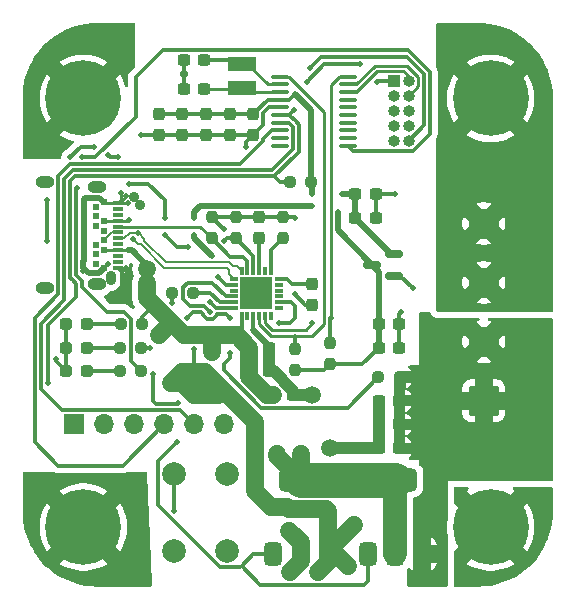
<source format=gbr>
%TF.GenerationSoftware,KiCad,Pcbnew,9.0.0*%
%TF.CreationDate,2025-08-18T10:04:00-07:00*%
%TF.ProjectId,USB_C_Simple_Trig,5553425f-435f-4536-996d-706c655f5472,rev?*%
%TF.SameCoordinates,Original*%
%TF.FileFunction,Copper,L1,Top*%
%TF.FilePolarity,Positive*%
%FSLAX46Y46*%
G04 Gerber Fmt 4.6, Leading zero omitted, Abs format (unit mm)*
G04 Created by KiCad (PCBNEW 9.0.0) date 2025-08-18 10:04:00*
%MOMM*%
%LPD*%
G01*
G04 APERTURE LIST*
G04 Aperture macros list*
%AMRoundRect*
0 Rectangle with rounded corners*
0 $1 Rounding radius*
0 $2 $3 $4 $5 $6 $7 $8 $9 X,Y pos of 4 corners*
0 Add a 4 corners polygon primitive as box body*
4,1,4,$2,$3,$4,$5,$6,$7,$8,$9,$2,$3,0*
0 Add four circle primitives for the rounded corners*
1,1,$1+$1,$2,$3*
1,1,$1+$1,$4,$5*
1,1,$1+$1,$6,$7*
1,1,$1+$1,$8,$9*
0 Add four rect primitives between the rounded corners*
20,1,$1+$1,$2,$3,$4,$5,0*
20,1,$1+$1,$4,$5,$6,$7,0*
20,1,$1+$1,$6,$7,$8,$9,0*
20,1,$1+$1,$8,$9,$2,$3,0*%
G04 Aperture macros list end*
%TA.AperFunction,SMDPad,CuDef*%
%ADD10RoundRect,0.237500X-0.287500X-0.237500X0.287500X-0.237500X0.287500X0.237500X-0.287500X0.237500X0*%
%TD*%
%TA.AperFunction,SMDPad,CuDef*%
%ADD11RoundRect,0.237500X-0.250000X-0.237500X0.250000X-0.237500X0.250000X0.237500X-0.250000X0.237500X0*%
%TD*%
%TA.AperFunction,SMDPad,CuDef*%
%ADD12RoundRect,0.237500X-0.300000X-0.237500X0.300000X-0.237500X0.300000X0.237500X-0.300000X0.237500X0*%
%TD*%
%TA.AperFunction,ComponentPad*%
%ADD13R,1.000000X1.000000*%
%TD*%
%TA.AperFunction,ComponentPad*%
%ADD14O,1.000000X1.000000*%
%TD*%
%TA.AperFunction,SMDPad,CuDef*%
%ADD15RoundRect,0.237500X0.300000X0.237500X-0.300000X0.237500X-0.300000X-0.237500X0.300000X-0.237500X0*%
%TD*%
%TA.AperFunction,SMDPad,CuDef*%
%ADD16RoundRect,0.237500X0.250000X0.237500X-0.250000X0.237500X-0.250000X-0.237500X0.250000X-0.237500X0*%
%TD*%
%TA.AperFunction,ComponentPad*%
%ADD17C,6.400000*%
%TD*%
%TA.AperFunction,SMDPad,CuDef*%
%ADD18RoundRect,0.375000X0.375000X-0.625000X0.375000X0.625000X-0.375000X0.625000X-0.375000X-0.625000X0*%
%TD*%
%TA.AperFunction,SMDPad,CuDef*%
%ADD19RoundRect,0.500000X1.400000X-0.500000X1.400000X0.500000X-1.400000X0.500000X-1.400000X-0.500000X0*%
%TD*%
%TA.AperFunction,SMDPad,CuDef*%
%ADD20RoundRect,0.237500X-0.237500X0.300000X-0.237500X-0.300000X0.237500X-0.300000X0.237500X0.300000X0*%
%TD*%
%TA.AperFunction,ComponentPad*%
%ADD21C,2.000000*%
%TD*%
%TA.AperFunction,ComponentPad*%
%ADD22O,1.600200X1.016000*%
%TD*%
%TA.AperFunction,ComponentPad*%
%ADD23O,0.914400X1.193800*%
%TD*%
%TA.AperFunction,SMDPad,CuDef*%
%ADD24R,0.889000X0.304800*%
%TD*%
%TA.AperFunction,ComponentPad*%
%ADD25C,0.609600*%
%TD*%
%TA.AperFunction,ComponentPad*%
%ADD26RoundRect,0.250000X1.050000X-1.050000X1.050000X1.050000X-1.050000X1.050000X-1.050000X-1.050000X0*%
%TD*%
%TA.AperFunction,ComponentPad*%
%ADD27C,2.600000*%
%TD*%
%TA.AperFunction,SMDPad,CuDef*%
%ADD28RoundRect,0.100000X-0.637500X-0.100000X0.637500X-0.100000X0.637500X0.100000X-0.637500X0.100000X0*%
%TD*%
%TA.AperFunction,SMDPad,CuDef*%
%ADD29RoundRect,0.237500X0.237500X-0.250000X0.237500X0.250000X-0.237500X0.250000X-0.237500X-0.250000X0*%
%TD*%
%TA.AperFunction,ComponentPad*%
%ADD30R,1.700000X1.700000*%
%TD*%
%TA.AperFunction,ComponentPad*%
%ADD31O,1.700000X1.700000*%
%TD*%
%TA.AperFunction,SMDPad,CuDef*%
%ADD32RoundRect,0.237500X-0.237500X0.250000X-0.237500X-0.250000X0.237500X-0.250000X0.237500X0.250000X0*%
%TD*%
%TA.AperFunction,SMDPad,CuDef*%
%ADD33RoundRect,0.237500X0.237500X-0.300000X0.237500X0.300000X-0.237500X0.300000X-0.237500X-0.300000X0*%
%TD*%
%TA.AperFunction,SMDPad,CuDef*%
%ADD34R,2.387600X1.193800*%
%TD*%
%TA.AperFunction,SMDPad,CuDef*%
%ADD35RoundRect,0.250000X-0.625000X0.400000X-0.625000X-0.400000X0.625000X-0.400000X0.625000X0.400000X0*%
%TD*%
%TA.AperFunction,SMDPad,CuDef*%
%ADD36R,0.300000X0.750000*%
%TD*%
%TA.AperFunction,SMDPad,CuDef*%
%ADD37R,0.750000X0.300000*%
%TD*%
%TA.AperFunction,SMDPad,CuDef*%
%ADD38R,2.700000X2.700000*%
%TD*%
%TA.AperFunction,SMDPad,CuDef*%
%ADD39RoundRect,0.150000X0.587500X0.150000X-0.587500X0.150000X-0.587500X-0.150000X0.587500X-0.150000X0*%
%TD*%
%TA.AperFunction,ViaPad*%
%ADD40C,1.500000*%
%TD*%
%TA.AperFunction,ViaPad*%
%ADD41C,0.500000*%
%TD*%
%TA.AperFunction,ViaPad*%
%ADD42C,0.900000*%
%TD*%
%TA.AperFunction,ViaPad*%
%ADD43C,0.700000*%
%TD*%
%TA.AperFunction,Conductor*%
%ADD44C,1.500000*%
%TD*%
%TA.AperFunction,Conductor*%
%ADD45C,0.300000*%
%TD*%
%TA.AperFunction,Conductor*%
%ADD46C,3.000000*%
%TD*%
%TA.AperFunction,Conductor*%
%ADD47C,2.000000*%
%TD*%
%TA.AperFunction,Conductor*%
%ADD48C,0.254000*%
%TD*%
%TA.AperFunction,Conductor*%
%ADD49C,0.500000*%
%TD*%
%TA.AperFunction,Conductor*%
%ADD50C,1.000000*%
%TD*%
%TA.AperFunction,Conductor*%
%ADD51C,0.550000*%
%TD*%
%TA.AperFunction,Conductor*%
%ADD52C,0.200000*%
%TD*%
%TA.AperFunction,Conductor*%
%ADD53C,0.150000*%
%TD*%
G04 APERTURE END LIST*
D10*
%TO.P,D2,1,K*%
%TO.N,GND*%
X121625000Y-108500000D03*
%TO.P,D2,2,A*%
%TO.N,Net-(D2-A)*%
X123375000Y-108500000D03*
%TD*%
D11*
%TO.P,R9,1*%
%TO.N,Net-(D3-A)*%
X126175000Y-112500000D03*
%TO.P,R9,2*%
%TO.N,/MCU/STATUS_LED*%
X128000000Y-112500000D03*
%TD*%
D12*
%TO.P,C4,1*%
%TO.N,VBUS*%
X139137500Y-114500000D03*
%TO.P,C4,2*%
%TO.N,GND*%
X140862500Y-114500000D03*
%TD*%
%TO.P,C2,1*%
%TO.N,VBUS*%
X137137500Y-110500000D03*
%TO.P,C2,2*%
%TO.N,GND*%
X138862500Y-110500000D03*
%TD*%
D13*
%TO.P,J4,1,VTref*%
%TO.N,+3V3*%
X149375000Y-87920000D03*
D14*
%TO.P,J4,2,SWDIO/TMS*%
%TO.N,/MCU/SWDIO*%
X150645000Y-87920000D03*
%TO.P,J4,3,GND*%
%TO.N,GND*%
X149375000Y-89190000D03*
%TO.P,J4,4,SWCLK/TCK*%
%TO.N,/MCU/SWCLK*%
X150645000Y-89190000D03*
%TO.P,J4,5,GND*%
%TO.N,GND*%
X149375000Y-90460000D03*
%TO.P,J4,6,SWO/TDO*%
%TO.N,unconnected-(J4-SWO{slash}TDO-Pad6)*%
X150645000Y-90460000D03*
%TO.P,J4,7,KEY*%
%TO.N,unconnected-(J4-KEY-Pad7)*%
X149375000Y-91730000D03*
%TO.P,J4,8,NC/TDI*%
%TO.N,unconnected-(J4-NC{slash}TDI-Pad8)*%
X150645000Y-91730000D03*
%TO.P,J4,9,GNDDetect*%
%TO.N,GND*%
X149375000Y-93000000D03*
%TO.P,J4,10,~{RESET}*%
%TO.N,/MCU/NRST*%
X150645000Y-93000000D03*
%TD*%
D15*
%TO.P,C9,1*%
%TO.N,VOUT*%
X149862500Y-117000000D03*
%TO.P,C9,2*%
%TO.N,GND*%
X148137500Y-117000000D03*
%TD*%
D16*
%TO.P,R2,1*%
%TO.N,VBUS*%
X128087500Y-108500000D03*
%TO.P,R2,2*%
%TO.N,Net-(D2-A)*%
X126262500Y-108500000D03*
%TD*%
D17*
%TO.P,H4,1,1*%
%TO.N,GND*%
X123100000Y-125700000D03*
%TD*%
D18*
%TO.P,Q2,1,D*%
%TO.N,Net-(Q1-D)*%
X149500000Y-128000000D03*
D19*
X149500000Y-121700000D03*
D18*
%TO.P,Q2,2,G*%
%TO.N,Net-(Q1-G)*%
X147200000Y-128000000D03*
%TO.P,Q2,3,S*%
%TO.N,VOUT*%
X151800000Y-128000000D03*
%TD*%
D20*
%TO.P,C21,1*%
%TO.N,+3V3*%
X137500000Y-90762500D03*
%TO.P,C21,2*%
%TO.N,GND*%
X137500000Y-92487500D03*
%TD*%
D21*
%TO.P,SW1,1,1*%
%TO.N,GND*%
X135250000Y-121250000D03*
X135250000Y-127750000D03*
%TO.P,SW1,2,2*%
%TO.N,/MCU/NRST*%
X130750000Y-121250000D03*
X130750000Y-127750000D03*
%TD*%
D11*
%TO.P,R12,1*%
%TO.N,Net-(Q1-G)*%
X130587500Y-105850000D03*
%TO.P,R12,2*%
%TO.N,/USB_C_IC/PWR_EN*%
X132412500Y-105850000D03*
%TD*%
D22*
%TO.P,J1,25*%
%TO.N,N/C*%
X124247400Y-96876201D03*
%TO.P,J1,26*%
X119847400Y-96516199D03*
%TO.P,J1,27*%
X124247400Y-105136199D03*
%TO.P,J1,28*%
X119847400Y-105496201D03*
D23*
%TO.P,J1,29*%
X125487400Y-104606200D03*
D24*
%TO.P,J1,A1,GND*%
%TO.N,GND*%
X126052400Y-98255507D03*
%TO.P,J1,A2,TX1+*%
%TO.N,unconnected-(J1-TX1+-PadA2)*%
X126052400Y-98755633D03*
%TO.P,J1,A3,TX1-*%
%TO.N,unconnected-(J1-TX1--PadA3)*%
X126052400Y-99255759D03*
%TO.P,J1,A4,VBUS*%
%TO.N,VBUS*%
X126052400Y-99755885D03*
%TO.P,J1,A5,CC1*%
%TO.N,/USB_C_IC/CC1*%
X126052400Y-100256011D03*
%TO.P,J1,A6,D+*%
%TO.N,/USB_C_IC/data_+*%
X126052400Y-100756137D03*
%TO.P,J1,A7,D-*%
%TO.N,/USB_C_IC/data_-*%
X126052400Y-101256263D03*
%TO.P,J1,A8,SBU1*%
%TO.N,unconnected-(J1-SBU1-PadA8)*%
X126052400Y-101756389D03*
%TO.P,J1,A9,VBUS*%
%TO.N,VBUS*%
X126052400Y-102256515D03*
%TO.P,J1,A10,RX2-*%
%TO.N,unconnected-(J1-RX2--PadA10)*%
X126052400Y-102756641D03*
%TO.P,J1,A11,RX2+*%
%TO.N,unconnected-(J1-RX2+-PadA11)*%
X126052400Y-103256767D03*
%TO.P,J1,A12,GND*%
%TO.N,GND*%
X126052400Y-103756893D03*
D25*
%TO.P,J1,B1,GND*%
X124837400Y-103806393D03*
%TO.P,J1,B2,TX2+*%
%TO.N,unconnected-(J1-TX2+-PadB2)*%
X124137400Y-103406267D03*
%TO.P,J1,B3,TX2-*%
%TO.N,unconnected-(J1-TX2--PadB3)*%
X124137400Y-102606141D03*
%TO.P,J1,B4,VBUS*%
%TO.N,VBUS*%
X124837400Y-102206015D03*
%TO.P,J1,B5,CC2*%
%TO.N,/USB_C_IC/CC2*%
X124137400Y-101781389D03*
%TO.P,J1,B6,D+*%
%TO.N,/USB_C_IC/data_+*%
X124837400Y-101418763D03*
%TO.P,J1,B7,D-*%
%TO.N,/USB_C_IC/data_-*%
X124837400Y-100618637D03*
%TO.P,J1,B8,SBU2*%
%TO.N,unconnected-(J1-SBU2-PadB8)*%
X124137400Y-100181011D03*
%TO.P,J1,B9,VBUS*%
%TO.N,VBUS*%
X124837400Y-99806385D03*
%TO.P,J1,B10,RX1-*%
%TO.N,unconnected-(J1-RX1--PadB10)*%
X124137400Y-99406259D03*
%TO.P,J1,B11,RX1+*%
%TO.N,unconnected-(J1-RX1+-PadB11)*%
X124137400Y-98606133D03*
%TO.P,J1,B12,GND*%
%TO.N,GND*%
X124837400Y-98206007D03*
%TD*%
D17*
%TO.P,H3,1,1*%
%TO.N,GND*%
X123100000Y-89400000D03*
%TD*%
D12*
%TO.P,C6,1*%
%TO.N,+5V*%
X148137500Y-110500000D03*
%TO.P,C6,2*%
%TO.N,GND*%
X149862500Y-110500000D03*
%TD*%
D26*
%TO.P,J2,1,Pin_1*%
%TO.N,VOUT*%
X157000000Y-115000000D03*
D27*
%TO.P,J2,2,Pin_2*%
X157000000Y-110000000D03*
%TO.P,J2,3,Pin_3*%
%TO.N,GND*%
X157000000Y-105000000D03*
%TO.P,J2,4,Pin_4*%
X157000000Y-100000000D03*
%TD*%
D28*
%TO.P,U5,1,PB7*%
%TO.N,/MCU/I2C_SDA*%
X139775000Y-87575000D03*
%TO.P,U5,2,PC14*%
%TO.N,/MCU/OSC_IN*%
X139775000Y-88225000D03*
%TO.P,U5,3,PC15*%
%TO.N,/MCU/OSC_OUT*%
X139775000Y-88875000D03*
%TO.P,U5,4,VDD*%
%TO.N,+3V3*%
X139775000Y-89525000D03*
%TO.P,U5,5,VSS*%
%TO.N,GND*%
X139775000Y-90175000D03*
%TO.P,U5,6,PF2*%
%TO.N,/MCU/NRST*%
X139775000Y-90825000D03*
%TO.P,U5,7,PA0*%
%TO.N,/MCU/UART_TX*%
X139775000Y-91475000D03*
%TO.P,U5,8,PA1*%
%TO.N,/MCU/UART_RX*%
X139775000Y-92125000D03*
%TO.P,U5,9,PA2*%
%TO.N,unconnected-(U5-PA2-Pad9)*%
X139775000Y-92775000D03*
%TO.P,U5,10,PA3*%
%TO.N,unconnected-(U5-PA3-Pad10)*%
X139775000Y-93425000D03*
%TO.P,U5,11,PA4*%
%TO.N,/MCU/STATUS_LED*%
X145500000Y-93425000D03*
%TO.P,U5,12,PA5*%
%TO.N,unconnected-(U5-PA5-Pad12)*%
X145500000Y-92775000D03*
%TO.P,U5,13,PA6*%
%TO.N,unconnected-(U5-PA6-Pad13)*%
X145500000Y-92125000D03*
%TO.P,U5,14,PA7*%
%TO.N,unconnected-(U5-PA7-Pad14)*%
X145500000Y-91475000D03*
%TO.P,U5,15,PA8*%
%TO.N,unconnected-(U5-PA8-Pad15)*%
X145500000Y-90825000D03*
%TO.P,U5,16,PA9/PA11*%
%TO.N,unconnected-(U5-PA9{slash}PA11-Pad16)*%
X145500000Y-90175000D03*
%TO.P,U5,17,PA10/PA12*%
%TO.N,unconnected-(U5-PA10{slash}PA12-Pad17)*%
X145500000Y-89525000D03*
%TO.P,U5,18,PA13*%
%TO.N,/MCU/SWDIO*%
X145500000Y-88875000D03*
%TO.P,U5,19,PA14*%
%TO.N,/MCU/SWCLK*%
X145500000Y-88225000D03*
%TO.P,U5,20,PB6*%
%TO.N,/MCU/I2C_SCL*%
X145500000Y-87575000D03*
%TD*%
D29*
%TO.P,R11,1*%
%TO.N,+5V*%
X141000000Y-112412500D03*
%TO.P,R11,2*%
%TO.N,/MCU/I2C_SDA*%
X141000000Y-110587500D03*
%TD*%
D12*
%TO.P,C3,1*%
%TO.N,VBUS*%
X137137500Y-112520000D03*
%TO.P,C3,2*%
%TO.N,GND*%
X138862500Y-112520000D03*
%TD*%
D18*
%TO.P,Q1,1,D*%
%TO.N,Net-(Q1-D)*%
X141500000Y-128000000D03*
D19*
X141500000Y-121700000D03*
D18*
%TO.P,Q1,2,G*%
%TO.N,Net-(Q1-G)*%
X139200000Y-128000000D03*
%TO.P,Q1,3,S*%
%TO.N,Net-(IC1-VCC)*%
X143800000Y-128000000D03*
%TD*%
D30*
%TO.P,J3,1,Pin_1*%
%TO.N,GND*%
X122340000Y-117000000D03*
D31*
%TO.P,J3,2,Pin_2*%
%TO.N,unconnected-(J3-Pin_2-Pad2)*%
X124880000Y-117000000D03*
%TO.P,J3,3,Pin_3*%
%TO.N,unconnected-(J3-Pin_3-Pad3)*%
X127420000Y-117000000D03*
%TO.P,J3,4,Pin_4*%
%TO.N,/MCU/UART_RX*%
X129960000Y-117000000D03*
%TO.P,J3,5,Pin_5*%
%TO.N,/MCU/UART_TX*%
X132500000Y-117000000D03*
%TO.P,J3,6,Pin_6*%
%TO.N,unconnected-(J3-Pin_6-Pad6)*%
X135040000Y-117000000D03*
%TD*%
D32*
%TO.P,R5,1*%
%TO.N,GND*%
X134000000Y-99437500D03*
%TO.P,R5,2*%
%TO.N,/USB_C_IC/CC1*%
X134000000Y-101262500D03*
%TD*%
D20*
%TO.P,C19,1*%
%TO.N,+3V3*%
X133500000Y-90762500D03*
%TO.P,C19,2*%
%TO.N,GND*%
X133500000Y-92487500D03*
%TD*%
D15*
%TO.P,C10,1*%
%TO.N,VOUT*%
X149862500Y-115000000D03*
%TO.P,C10,2*%
%TO.N,GND*%
X148137500Y-115000000D03*
%TD*%
D20*
%TO.P,C20,1*%
%TO.N,+3V3*%
X135500000Y-90762500D03*
%TO.P,C20,2*%
%TO.N,GND*%
X135500000Y-92487500D03*
%TD*%
%TO.P,C7,1*%
%TO.N,+1V8*%
X142500000Y-105137500D03*
%TO.P,C7,2*%
%TO.N,GND*%
X142500000Y-106862500D03*
%TD*%
D12*
%TO.P,C22,1*%
%TO.N,GND*%
X131637500Y-86125000D03*
%TO.P,C22,2*%
%TO.N,/MCU/OSC_IN*%
X133362500Y-86125000D03*
%TD*%
D33*
%TO.P,C1,1*%
%TO.N,Net-(IC1-IFB)*%
X138000000Y-101212500D03*
%TO.P,C1,2*%
%TO.N,GND*%
X138000000Y-99487500D03*
%TD*%
D12*
%TO.P,C25,1*%
%TO.N,+3V3*%
X146137500Y-97490000D03*
%TO.P,C25,2*%
%TO.N,GND*%
X147862500Y-97490000D03*
%TD*%
D29*
%TO.P,R6,1*%
%TO.N,Net-(IC1-OTP)*%
X140000000Y-101262500D03*
%TO.P,R6,2*%
%TO.N,GND*%
X140000000Y-99437500D03*
%TD*%
D12*
%TO.P,C23,1*%
%TO.N,GND*%
X131637500Y-88625000D03*
%TO.P,C23,2*%
%TO.N,/MCU/OSC_OUT*%
X133362500Y-88625000D03*
%TD*%
D10*
%TO.P,D1,1,K*%
%TO.N,GND*%
X121625000Y-110500000D03*
%TO.P,D1,2,A*%
%TO.N,Net-(D1-A)*%
X123375000Y-110500000D03*
%TD*%
D20*
%TO.P,C17,1*%
%TO.N,+3V3*%
X129500000Y-90762500D03*
%TO.P,C17,2*%
%TO.N,GND*%
X129500000Y-92487500D03*
%TD*%
D17*
%TO.P,H1,1,1*%
%TO.N,GND*%
X157600000Y-89400000D03*
%TD*%
%TO.P,H2,1,1*%
%TO.N,GND*%
X157600000Y-125700000D03*
%TD*%
D32*
%TO.P,R4,1*%
%TO.N,GND*%
X136000000Y-99437500D03*
%TO.P,R4,2*%
%TO.N,/USB_C_IC/CC2*%
X136000000Y-101262500D03*
%TD*%
D29*
%TO.P,R10,1*%
%TO.N,+5V*%
X144000000Y-111912500D03*
%TO.P,R10,2*%
%TO.N,/MCU/I2C_SCL*%
X144000000Y-110087500D03*
%TD*%
D20*
%TO.P,C18,1*%
%TO.N,+3V3*%
X131500000Y-90762500D03*
%TO.P,C18,2*%
%TO.N,GND*%
X131500000Y-92487500D03*
%TD*%
D12*
%TO.P,C5,1*%
%TO.N,+5V*%
X148137500Y-108500000D03*
%TO.P,C5,2*%
%TO.N,GND*%
X149862500Y-108500000D03*
%TD*%
D10*
%TO.P,D3,1,K*%
%TO.N,GND*%
X121625000Y-112500000D03*
%TO.P,D3,2,A*%
%TO.N,Net-(D3-A)*%
X123375000Y-112500000D03*
%TD*%
D34*
%TO.P,Y1,1,1*%
%TO.N,/MCU/OSC_OUT*%
X136500000Y-88503300D03*
%TO.P,Y1,2,2*%
%TO.N,/MCU/OSC_IN*%
X136500000Y-86496700D03*
%TD*%
D11*
%TO.P,R1,1*%
%TO.N,Net-(D1-A)*%
X126175000Y-110500000D03*
%TO.P,R1,2*%
%TO.N,Net-(IC1-LED)*%
X128000000Y-110500000D03*
%TD*%
D35*
%TO.P,R3,1*%
%TO.N,VBUS*%
X132500000Y-109450000D03*
%TO.P,R3,2*%
%TO.N,Net-(IC1-VCC)*%
X132500000Y-112550000D03*
%TD*%
D15*
%TO.P,C8,1*%
%TO.N,VOUT*%
X149862500Y-119020000D03*
%TO.P,C8,2*%
%TO.N,GND*%
X148137500Y-119020000D03*
%TD*%
D12*
%TO.P,C24,1*%
%TO.N,+3V3*%
X146137500Y-99500000D03*
%TO.P,C24,2*%
%TO.N,GND*%
X147862500Y-99500000D03*
%TD*%
D36*
%TO.P,IC1,1,ISENP*%
%TO.N,VBUS*%
X136500000Y-107850000D03*
%TO.P,IC1,2,NC_1*%
%TO.N,unconnected-(IC1-NC_1-Pad2)*%
X137000000Y-107850000D03*
%TO.P,IC1,3,GND_1*%
%TO.N,GND*%
X137500000Y-107850000D03*
%TO.P,IC1,4,SDA*%
%TO.N,/MCU/I2C_SDA*%
X138000000Y-107850000D03*
%TO.P,IC1,5,SCL*%
%TO.N,/MCU/I2C_SCL*%
X138500000Y-107850000D03*
%TO.P,IC1,6,FLIP*%
%TO.N,unconnected-(IC1-FLIP-Pad6)*%
X139000000Y-107850000D03*
D37*
%TO.P,IC1,7,NC_2*%
%TO.N,unconnected-(IC1-NC_2-Pad7)*%
X139675000Y-107175000D03*
%TO.P,IC1,8,LED*%
%TO.N,Net-(IC1-LED)*%
X139675000Y-106675000D03*
%TO.P,IC1,9,INT*%
%TO.N,unconnected-(IC1-INT-Pad9)*%
X139675000Y-106175000D03*
%TO.P,IC1,10,NC_3*%
%TO.N,unconnected-(IC1-NC_3-Pad10)*%
X139675000Y-105675000D03*
%TO.P,IC1,11,NC_4*%
%TO.N,unconnected-(IC1-NC_4-Pad11)*%
X139675000Y-105175000D03*
%TO.P,IC1,12,V18*%
%TO.N,+1V8*%
X139675000Y-104675000D03*
D36*
%TO.P,IC1,13,OTP*%
%TO.N,Net-(IC1-OTP)*%
X139000000Y-104000000D03*
%TO.P,IC1,14,NC_5*%
%TO.N,unconnected-(IC1-NC_5-Pad14)*%
X138500000Y-104000000D03*
%TO.P,IC1,15,IFB*%
%TO.N,Net-(IC1-IFB)*%
X138000000Y-104000000D03*
%TO.P,IC1,16,CC2*%
%TO.N,/USB_C_IC/CC2*%
X137500000Y-104000000D03*
%TO.P,IC1,17,CC1*%
%TO.N,/USB_C_IC/CC1*%
X137000000Y-104000000D03*
%TO.P,IC1,18,DN*%
%TO.N,/USB_C_IC/data_-*%
X136500000Y-104000000D03*
D37*
%TO.P,IC1,19,DP*%
%TO.N,/USB_C_IC/data_+*%
X135825000Y-104675000D03*
%TO.P,IC1,20,V5V*%
%TO.N,+5V*%
X135825000Y-105175000D03*
%TO.P,IC1,21,NC_6*%
%TO.N,unconnected-(IC1-NC_6-Pad21)*%
X135825000Y-105675000D03*
%TO.P,IC1,22,VOUT*%
%TO.N,Net-(IC1-VOUT)*%
X135825000Y-106175000D03*
%TO.P,IC1,23,PWR_EN*%
%TO.N,/USB_C_IC/PWR_EN*%
X135825000Y-106675000D03*
%TO.P,IC1,24,VCC*%
%TO.N,Net-(IC1-VCC)*%
X135825000Y-107175000D03*
D38*
%TO.P,IC1,25,GND_2*%
%TO.N,GND*%
X137750000Y-105925000D03*
%TD*%
D16*
%TO.P,R8,1*%
%TO.N,+3V3*%
X142412500Y-96500000D03*
%TO.P,R8,2*%
%TO.N,/MCU/NRST*%
X140587500Y-96500000D03*
%TD*%
D11*
%TO.P,R7,1*%
%TO.N,Net-(IC1-VOUT)*%
X148087500Y-113000000D03*
%TO.P,R7,2*%
%TO.N,VOUT*%
X149912500Y-113000000D03*
%TD*%
D39*
%TO.P,U10,1,GND*%
%TO.N,GND*%
X149437500Y-104450000D03*
%TO.P,U10,2,VO*%
%TO.N,+3V3*%
X149437500Y-102550000D03*
%TO.P,U10,3,VI*%
%TO.N,+5V*%
X147562500Y-103500000D03*
%TD*%
D40*
%TO.N,VBUS*%
X134000000Y-110849000D03*
D41*
%TO.N,Net-(IC1-VOUT)*%
X135500000Y-111000000D03*
D40*
%TO.N,VBUS*%
X129500000Y-109400000D03*
%TO.N,Net-(IC1-VCC)*%
X130500000Y-113500000D03*
D41*
%TO.N,Net-(Q1-G)*%
X129000000Y-112708619D03*
D40*
%TO.N,Net-(IC1-VCC)*%
X146000000Y-125500000D03*
X143000000Y-129490674D03*
X145500000Y-129000000D03*
%TO.N,VOUT*%
X152000000Y-126000000D03*
X152000000Y-129991674D03*
X157000000Y-120500000D03*
X153500000Y-120500000D03*
X152500000Y-124000000D03*
%TO.N,Net-(Q1-D)*%
X140582114Y-129490674D03*
X145000000Y-121700000D03*
X149500000Y-125000000D03*
X141500000Y-119500000D03*
%TO.N,Net-(IC1-VCC)*%
X143800000Y-125000000D03*
X132500000Y-114500000D03*
D41*
%TO.N,/MCU/NRST*%
X120153000Y-113500000D03*
D40*
%TO.N,Net-(IC1-VCC)*%
X134912500Y-114087500D03*
D41*
%TO.N,GND*%
X126850000Y-98250000D03*
X125157898Y-103400000D03*
X150000000Y-107500000D03*
X126750000Y-97700000D03*
X126650000Y-105550000D03*
X141000000Y-99500000D03*
X123103000Y-104024270D03*
X151000000Y-105500000D03*
X127000000Y-104200000D03*
X136900000Y-93500000D03*
D40*
X144000000Y-119000000D03*
D41*
X123103000Y-103200000D03*
X126729529Y-103794375D03*
X120753000Y-111500000D03*
X137500000Y-109000000D03*
X137750000Y-105925000D03*
D42*
X127400000Y-97750000D03*
D41*
X123150000Y-97950000D03*
D40*
X142500000Y-114500000D03*
D41*
X128000000Y-92500000D03*
X125400000Y-106200000D03*
D43*
X131637500Y-87350000D03*
D42*
X127900000Y-98400000D03*
D41*
X141000000Y-106000000D03*
X126317576Y-97399866D03*
X123150000Y-98950000D03*
X149500000Y-97500000D03*
X126900000Y-104750000D03*
X135000000Y-100500000D03*
D40*
%TO.N,VBUS*%
X128500000Y-105000000D03*
X128500000Y-103850000D03*
D41*
X126946902Y-99679011D03*
%TO.N,+5V*%
X132500000Y-99500000D03*
X132500000Y-101000000D03*
X142500000Y-98500000D03*
X134500000Y-104500000D03*
X144654000Y-99000000D03*
X134000000Y-102725000D03*
%TO.N,+3V3*%
X142500000Y-97500000D03*
X142000000Y-88000000D03*
X145000000Y-97500000D03*
X148000000Y-88000000D03*
X146500000Y-86500000D03*
X141000000Y-89000000D03*
%TO.N,/MCU/STATUS_LED*%
X123000000Y-94400000D03*
X122602000Y-97000000D03*
%TO.N,Net-(IC1-LED)*%
X135500000Y-108000000D03*
X139689468Y-108423000D03*
X128750000Y-110500000D03*
X131900000Y-108000000D03*
%TO.N,Net-(IC1-VOUT)*%
X133825735Y-107522794D03*
%TO.N,/MCU/NRST*%
X142325735Y-86825735D03*
X130800000Y-124300000D03*
X140943236Y-90423265D03*
%TO.N,/MCU/I2C_SCL*%
X142500000Y-108423000D03*
X144077000Y-108000000D03*
%TO.N,Net-(Q1-G)*%
X130587500Y-106715442D03*
X131000000Y-118500000D03*
X131161000Y-115199000D03*
%TO.N,Net-(IC1-VCC)*%
X133825735Y-106674265D03*
X132500000Y-110650000D03*
%TO.N,/USB_C_IC/CC2*%
X125185202Y-94185201D03*
X126000000Y-94400000D03*
X122000000Y-94400000D03*
X130000000Y-101000000D03*
X132000000Y-102000000D03*
X135043015Y-101456985D03*
X120000000Y-98000000D03*
X124000000Y-93500000D03*
X127000000Y-96617201D03*
X130000000Y-99500000D03*
X120000000Y-101500000D03*
%TO.N,/USB_C_IC/data_-*%
X127774626Y-100833011D03*
%TO.N,/USB_C_IC/data_+*%
X127269003Y-101343698D03*
D40*
%TO.N,Net-(Q1-D)*%
X140500000Y-126000000D03*
X139500000Y-119500000D03*
%TD*%
D44*
%TO.N,VBUS*%
X134000000Y-109950000D02*
X134000000Y-110849000D01*
X133500000Y-109450000D02*
X134000000Y-109950000D01*
X133500000Y-109450000D02*
X136087500Y-109450000D01*
D45*
%TO.N,Net-(IC1-VOUT)*%
X145486500Y-115601000D02*
X148087500Y-113000000D01*
X138161577Y-115601000D02*
X145486500Y-115601000D01*
X135000000Y-112439423D02*
X138161577Y-115601000D01*
X135500000Y-111400000D02*
X135000000Y-111900000D01*
X135500000Y-111000000D02*
X135500000Y-111400000D01*
X135000000Y-111900000D02*
X135000000Y-112439423D01*
D44*
%TO.N,VBUS*%
X130237500Y-108662500D02*
X129500000Y-109400000D01*
X130837500Y-108662500D02*
X130237500Y-108662500D01*
D45*
%TO.N,Net-(Q1-G)*%
X130587500Y-106715442D02*
X130587500Y-105850000D01*
D44*
%TO.N,VBUS*%
X130837500Y-108662500D02*
X129087500Y-106912500D01*
%TO.N,Net-(IC1-VCC)*%
X134912500Y-114087500D02*
X134325000Y-113500000D01*
X134325000Y-113500000D02*
X132500000Y-113500000D01*
X132500000Y-113500000D02*
X132500000Y-112550000D01*
X134500000Y-114500000D02*
X134912500Y-114087500D01*
X132500000Y-114500000D02*
X134500000Y-114500000D01*
X131500000Y-113500000D02*
X132500000Y-114500000D01*
X130500000Y-113500000D02*
X131500000Y-113500000D01*
X131450000Y-112550000D02*
X132500000Y-112550000D01*
X130500000Y-113500000D02*
X131450000Y-112550000D01*
D45*
%TO.N,Net-(Q1-G)*%
X129000000Y-115000000D02*
X129000000Y-112708619D01*
X129298000Y-115298000D02*
X129000000Y-115000000D01*
X131161000Y-115199000D02*
X131062000Y-115298000D01*
X131062000Y-115298000D02*
X129298000Y-115298000D01*
D44*
%TO.N,Net-(IC1-VCC)*%
X143800000Y-127700000D02*
X146000000Y-125500000D01*
X143800000Y-128000000D02*
X143800000Y-127700000D01*
%TO.N,Net-(Q1-D)*%
X141500000Y-127500000D02*
X141500000Y-127000000D01*
%TO.N,Net-(IC1-VCC)*%
X143800000Y-128690674D02*
X143000000Y-129490674D01*
X143800000Y-128000000D02*
X143800000Y-128690674D01*
X144500000Y-128000000D02*
X145500000Y-129000000D01*
X143800000Y-128000000D02*
X144500000Y-128000000D01*
D45*
%TO.N,Net-(Q1-G)*%
X146909326Y-130590674D02*
X147200000Y-130300000D01*
X138090674Y-130590674D02*
X146909326Y-130590674D01*
X147200000Y-130300000D02*
X147200000Y-128000000D01*
X136500000Y-129000000D02*
X138090674Y-130590674D01*
D44*
%TO.N,Net-(IC1-VCC)*%
X143800000Y-128000000D02*
X143800000Y-128621577D01*
%TO.N,Net-(Q1-D)*%
X141500000Y-128572788D02*
X140582114Y-129490674D01*
X141500000Y-128000000D02*
X141500000Y-128572788D01*
D45*
%TO.N,Net-(Q1-G)*%
X136500000Y-129000000D02*
X137500000Y-128000000D01*
X137500000Y-128000000D02*
X139200000Y-128000000D01*
X136399000Y-129101000D02*
X136500000Y-129000000D01*
D46*
%TO.N,Net-(Q1-D)*%
X145000000Y-121700000D02*
X148500000Y-121700000D01*
D47*
X149500000Y-125000000D02*
X149500000Y-122700000D01*
D44*
X141500000Y-121700000D02*
X141500000Y-119500000D01*
%TO.N,Net-(IC1-VCC)*%
X143800000Y-125000000D02*
X143800000Y-128000000D01*
X132500000Y-114500000D02*
X132500000Y-113500000D01*
D45*
%TO.N,Net-(IC1-LED)*%
X133095421Y-107501000D02*
X132399000Y-107501000D01*
X133224735Y-107630314D02*
X133095421Y-107501000D01*
X133224735Y-107771737D02*
X133224735Y-107630314D01*
X133576792Y-108123794D02*
X133224735Y-107771737D01*
X134426735Y-107771737D02*
X134074678Y-108123794D01*
X134426735Y-107676000D02*
X134426735Y-107771737D01*
X134074678Y-108123794D02*
X133576792Y-108123794D01*
X132399000Y-107501000D02*
X131900000Y-108000000D01*
X134533990Y-107676000D02*
X134426735Y-107676000D01*
X135099000Y-107676000D02*
X134533990Y-107676000D01*
X135176000Y-107676000D02*
X135099000Y-107676000D01*
X135500000Y-108000000D02*
X135176000Y-107676000D01*
%TO.N,Net-(IC1-VOUT)*%
X134000000Y-105000000D02*
X135175000Y-106175000D01*
X131574000Y-105362154D02*
X131936154Y-105000000D01*
X131574000Y-106426000D02*
X131574000Y-105362154D01*
X131936154Y-105000000D02*
X134000000Y-105000000D01*
X135175000Y-106175000D02*
X135825000Y-106175000D01*
X132148000Y-107000000D02*
X131574000Y-106426000D01*
X133825735Y-107522794D02*
X133302941Y-107000000D01*
X133302941Y-107000000D02*
X132148000Y-107000000D01*
%TO.N,Net-(IC1-IFB)*%
X138000000Y-104000000D02*
X138000000Y-101212500D01*
D48*
%TO.N,GND*%
X126052400Y-103756893D02*
X126272600Y-103977093D01*
D45*
X149490000Y-97490000D02*
X149500000Y-97500000D01*
D49*
X138862500Y-110500000D02*
X138862500Y-110362500D01*
D48*
X126729529Y-103794375D02*
X126692047Y-103756893D01*
X126052400Y-103756893D02*
X126406893Y-103756893D01*
D45*
X131637500Y-86125000D02*
X131637500Y-87350000D01*
D50*
X146020000Y-119020000D02*
X148137500Y-119020000D01*
D48*
X126650000Y-105550000D02*
X126600000Y-105500000D01*
D45*
X149950000Y-104450000D02*
X151000000Y-105500000D01*
X134000000Y-99437500D02*
X136000000Y-99437500D01*
X134000000Y-99437500D02*
X134000000Y-99500000D01*
D49*
X123150000Y-103153000D02*
X123103000Y-103200000D01*
D45*
X129500000Y-92487500D02*
X131500000Y-92487500D01*
X140937500Y-99437500D02*
X141000000Y-99500000D01*
X129500000Y-92487500D02*
X128012500Y-92487500D01*
X147862500Y-97490000D02*
X149490000Y-97490000D01*
D49*
X123544105Y-104191163D02*
X123103000Y-103750058D01*
X123150000Y-98950000D02*
X123150000Y-103153000D01*
D48*
X127000000Y-104200000D02*
X127000000Y-104050000D01*
X126317576Y-97990331D02*
X126317576Y-97399866D01*
X126231587Y-103756893D02*
X126052400Y-103756893D01*
D45*
X131637500Y-87350000D02*
X131637500Y-88625000D01*
D48*
X126406893Y-103756893D02*
X126700000Y-104050000D01*
D45*
X120753000Y-111500000D02*
X120753000Y-111628000D01*
X121625000Y-110500000D02*
X121625000Y-112500000D01*
D49*
X124466594Y-97835201D02*
X124837400Y-98206007D01*
D45*
X136000000Y-99437500D02*
X137950000Y-99437500D01*
D48*
X126194493Y-98255507D02*
X126750000Y-97700000D01*
X127000000Y-104050000D02*
X126706893Y-103756893D01*
X126052400Y-98255507D02*
X126317576Y-97990331D01*
D50*
X144000000Y-119000000D02*
X146000000Y-119000000D01*
X146000000Y-119000000D02*
X146020000Y-119020000D01*
D48*
X126844493Y-98255507D02*
X126850000Y-98250000D01*
D50*
X140862500Y-114172976D02*
X139209524Y-112520000D01*
D48*
X126052400Y-98255507D02*
X126844493Y-98255507D01*
X126600000Y-105500000D02*
X126600000Y-105100000D01*
X126692047Y-103756893D02*
X126052400Y-103756893D01*
D50*
X140862500Y-114500000D02*
X140862500Y-114172976D01*
D45*
X141862500Y-106862500D02*
X141000000Y-106000000D01*
X136900000Y-93100000D02*
X137500000Y-92500000D01*
X139950000Y-99487500D02*
X140000000Y-99437500D01*
X149862500Y-108500000D02*
X149862500Y-110500000D01*
D48*
X126700000Y-104050000D02*
X126700000Y-104550000D01*
X126272600Y-103977093D02*
X126272600Y-105327400D01*
D45*
X137500000Y-92487500D02*
X135500000Y-92487500D01*
X131650000Y-88612500D02*
X131637500Y-88625000D01*
X138000000Y-99487500D02*
X139950000Y-99487500D01*
X131500000Y-92487500D02*
X133500000Y-92487500D01*
X137500000Y-107850000D02*
X137500000Y-109000000D01*
D48*
X126700000Y-104550000D02*
X126900000Y-104750000D01*
D45*
X137500000Y-92500000D02*
X137500000Y-92487500D01*
D48*
X126706893Y-103756893D02*
X126052400Y-103756893D01*
X124886900Y-98255507D02*
X124837400Y-98206007D01*
X126272600Y-105327400D02*
X125400000Y-106200000D01*
D45*
X147862500Y-97490000D02*
X147862500Y-99500000D01*
X149862500Y-108500000D02*
X149862500Y-107637500D01*
D49*
X138862500Y-110362500D02*
X137500000Y-109000000D01*
D45*
X133500000Y-92487500D02*
X135500000Y-92487500D01*
D49*
X124466594Y-104177199D02*
X123558069Y-104177199D01*
D45*
X149437500Y-104450000D02*
X149950000Y-104450000D01*
X120753000Y-111628000D02*
X121625000Y-112500000D01*
D49*
X124837400Y-103806393D02*
X124466594Y-104177199D01*
D45*
X134000000Y-99500000D02*
X135000000Y-100500000D01*
X142500000Y-106862500D02*
X141862500Y-106862500D01*
X136900000Y-93500000D02*
X136900000Y-93100000D01*
D48*
X126500000Y-105000000D02*
X126500000Y-104204493D01*
X126600000Y-105100000D02*
X126500000Y-105000000D01*
D45*
X149862500Y-107637500D02*
X150000000Y-107500000D01*
D48*
X126052400Y-98255507D02*
X124886900Y-98255507D01*
D45*
X139775000Y-90175000D02*
X138825000Y-90175000D01*
D49*
X123558069Y-104177199D02*
X123544105Y-104191163D01*
D50*
X138862500Y-112520000D02*
X138862500Y-110500000D01*
D45*
X128012500Y-92487500D02*
X128000000Y-92500000D01*
D49*
X123150000Y-97950000D02*
X123264799Y-97835201D01*
D48*
X126052400Y-98255507D02*
X126194493Y-98255507D01*
D45*
X138326000Y-91661500D02*
X137500000Y-92487500D01*
D49*
X123264799Y-97835201D02*
X124466594Y-97835201D01*
D50*
X140862500Y-114500000D02*
X142500000Y-114500000D01*
X148137500Y-115000000D02*
X148137500Y-117000000D01*
D45*
X137950000Y-99437500D02*
X138000000Y-99487500D01*
D48*
X126500000Y-104204493D02*
X126052400Y-103756893D01*
D49*
X123150000Y-97950000D02*
X123150000Y-98950000D01*
D50*
X148137500Y-117000000D02*
X148137500Y-119020000D01*
D45*
X138825000Y-90175000D02*
X138326000Y-90674000D01*
X140000000Y-99437500D02*
X140937500Y-99437500D01*
D49*
X123103000Y-103750058D02*
X123103000Y-103200000D01*
D50*
X139209524Y-112520000D02*
X138862500Y-112520000D01*
D45*
X121625000Y-108500000D02*
X121625000Y-110500000D01*
X138326000Y-90674000D02*
X138326000Y-91661500D01*
%TO.N,VBUS*%
X136500000Y-107850000D02*
X136500000Y-109037500D01*
D48*
X126946902Y-99682109D02*
X126873126Y-99755885D01*
X126072126Y-102276241D02*
X126823759Y-102276241D01*
X126052400Y-102256515D02*
X126072126Y-102236789D01*
X126052400Y-99755885D02*
X124887900Y-99755885D01*
X126873126Y-99755885D02*
X126052400Y-99755885D01*
D45*
X128087500Y-107912500D02*
X129087500Y-106912500D01*
D51*
X128500000Y-103850000D02*
X128500000Y-103557050D01*
D44*
X138617626Y-114500000D02*
X139137500Y-114500000D01*
D48*
X126052400Y-102256515D02*
X124887900Y-102256515D01*
D51*
X127192950Y-102250000D02*
X126850000Y-102250000D01*
D48*
X124887900Y-102256515D02*
X124837400Y-102206015D01*
D44*
X128500000Y-106325000D02*
X128500000Y-105000000D01*
X131625000Y-109450000D02*
X130837500Y-108662500D01*
X137137500Y-113019874D02*
X138617626Y-114500000D01*
D51*
X128500000Y-105000000D02*
X128500000Y-103850000D01*
D44*
X137137500Y-110500000D02*
X137137500Y-112520000D01*
D48*
X126072126Y-102236789D02*
X126600000Y-102236789D01*
D45*
X136500000Y-109037500D02*
X136087500Y-109450000D01*
X128087500Y-108500000D02*
X128087500Y-107912500D01*
D44*
X136087500Y-109450000D02*
X137137500Y-110500000D01*
X129087500Y-106912500D02*
X128500000Y-106325000D01*
D48*
X126052400Y-102256515D02*
X126072126Y-102276241D01*
D44*
X132500000Y-109450000D02*
X133500000Y-109450000D01*
D48*
X126823759Y-102276241D02*
X126850000Y-102250000D01*
X124887900Y-99755885D02*
X124837400Y-99806385D01*
D44*
X137137500Y-112520000D02*
X137137500Y-113019874D01*
X132500000Y-109450000D02*
X131625000Y-109450000D01*
D48*
X126946902Y-99679011D02*
X126946902Y-99682109D01*
D51*
X128500000Y-103557050D02*
X127192950Y-102250000D01*
D49*
%TO.N,+5V*%
X133000000Y-98500000D02*
X132500000Y-99000000D01*
X144654000Y-100591500D02*
X144654000Y-99000000D01*
X133994734Y-102725000D02*
X134000000Y-102725000D01*
D45*
X135825000Y-105175000D02*
X135175000Y-105175000D01*
X135175000Y-105175000D02*
X134500000Y-104500000D01*
D49*
X148137500Y-108500000D02*
X148137500Y-110500000D01*
X148137500Y-108500000D02*
X148137500Y-104075000D01*
X147562500Y-103500000D02*
X144654000Y-100591500D01*
X132500000Y-99000000D02*
X132500000Y-99500000D01*
X142500000Y-98500000D02*
X133000000Y-98500000D01*
D45*
X144000000Y-111912500D02*
X146725000Y-111912500D01*
X143500000Y-112412500D02*
X144000000Y-111912500D01*
D49*
X148137500Y-104075000D02*
X147562500Y-103500000D01*
X132500000Y-101000000D02*
X132500000Y-101230266D01*
D45*
X141000000Y-112412500D02*
X143500000Y-112412500D01*
X146725000Y-111912500D02*
X148137500Y-110500000D01*
D49*
X132500000Y-101230266D02*
X133994734Y-102725000D01*
D45*
%TO.N,+3V3*%
X133500000Y-90762500D02*
X131500000Y-90762500D01*
D49*
X149437500Y-102550000D02*
X149187500Y-102550000D01*
D45*
X137500000Y-90762500D02*
X135500000Y-90762500D01*
X146500000Y-86500000D02*
X143500000Y-86500000D01*
D49*
X142500000Y-97500000D02*
X142500000Y-96587500D01*
D45*
X143500000Y-86500000D02*
X142000000Y-88000000D01*
X129500000Y-90762500D02*
X131500000Y-90762500D01*
X141000000Y-89000000D02*
X141000000Y-89037499D01*
X141000000Y-89028082D02*
X140503082Y-89525000D01*
X140503082Y-89525000D02*
X139775000Y-89525000D01*
X139775000Y-89525000D02*
X138737500Y-89525000D01*
X149375000Y-87920000D02*
X148080000Y-87920000D01*
X148080000Y-87920000D02*
X148000000Y-88000000D01*
D49*
X145010000Y-97490000D02*
X145000000Y-97500000D01*
X146137500Y-97490000D02*
X145010000Y-97490000D01*
D45*
X135500000Y-90762500D02*
X133500000Y-90762500D01*
D49*
X142412500Y-90412500D02*
X141000000Y-89000000D01*
X142500000Y-96587500D02*
X142412500Y-96500000D01*
D45*
X138737500Y-89525000D02*
X137500000Y-90762500D01*
D49*
X142412500Y-96500000D02*
X142412500Y-90412500D01*
D45*
X141000000Y-89000000D02*
X141000000Y-89028082D01*
D49*
X149187500Y-102550000D02*
X146137500Y-99500000D01*
X146137500Y-99500000D02*
X146137500Y-97490000D01*
D48*
%TO.N,/MCU/OSC_IN*%
X136996700Y-86496700D02*
X136500000Y-86496700D01*
X139775000Y-88225000D02*
X138725000Y-88225000D01*
D45*
X136128300Y-86125000D02*
X136500000Y-86496700D01*
X133362500Y-86125000D02*
X136128300Y-86125000D01*
D48*
X138725000Y-88225000D02*
X136996700Y-86496700D01*
%TO.N,/MCU/OSC_OUT*%
X136500000Y-88503300D02*
X136003300Y-88503300D01*
X136003300Y-88503300D02*
X135881600Y-88625000D01*
X135881600Y-88625000D02*
X133362500Y-88625000D01*
X136871700Y-88875000D02*
X136500000Y-88503300D01*
X139775000Y-88875000D02*
X136871700Y-88875000D01*
D45*
%TO.N,Net-(D1-A)*%
X126175000Y-110500000D02*
X123375000Y-110500000D01*
%TO.N,Net-(D2-A)*%
X126262500Y-108500000D02*
X123375000Y-108500000D01*
%TO.N,/MCU/STATUS_LED*%
X127551000Y-87599057D02*
X127551000Y-90970873D01*
X122766217Y-104642656D02*
X123001000Y-104877438D01*
X124121873Y-94400000D02*
X123000000Y-94400000D01*
X123001000Y-105251000D02*
X123001000Y-105292481D01*
X145500000Y-93425000D02*
X145926000Y-93851000D01*
X122709521Y-104585960D02*
X122766217Y-104642656D01*
X152452000Y-92396496D02*
X152452000Y-87171517D01*
X126588846Y-107500000D02*
X127161500Y-108072654D01*
X145926000Y-93851000D02*
X150997496Y-93851000D01*
X150997496Y-93851000D02*
X152452000Y-92396496D01*
X123001000Y-104877438D02*
X123001000Y-104877439D01*
X129851057Y-85299000D02*
X127551000Y-87599057D01*
X125104292Y-107500000D02*
X126588846Y-107500000D01*
X150579483Y-85299000D02*
X129851057Y-85299000D01*
X127161500Y-108072654D02*
X127161500Y-111661500D01*
X123001000Y-105292481D02*
X123001000Y-105396708D01*
X122503000Y-97099000D02*
X122503000Y-104377438D01*
X122602000Y-97000000D02*
X122503000Y-97099000D01*
X122709521Y-104583958D02*
X122709521Y-104585960D01*
X152452000Y-87171517D02*
X150579483Y-85299000D01*
X127551000Y-90970873D02*
X124121873Y-94400000D01*
X123001000Y-104877440D02*
X123001000Y-105251000D01*
X123001000Y-105396708D02*
X125104292Y-107500000D01*
X122503000Y-104377438D02*
X122709521Y-104583958D01*
X123001000Y-104877439D02*
X123001000Y-104877440D01*
X127161500Y-111661500D02*
X128000000Y-112500000D01*
%TO.N,/MCU/UART_TX*%
X119500000Y-108500000D02*
X119500000Y-114000000D01*
X139775000Y-91475000D02*
X140512499Y-91475000D01*
X136572367Y-95500000D02*
X136571366Y-95501000D01*
X139078082Y-95500000D02*
X136572367Y-95500000D01*
X121501000Y-106499000D02*
X119500000Y-108500000D01*
X121501000Y-96207520D02*
X121501000Y-106499000D01*
X136571366Y-95501000D02*
X122207520Y-95501000D01*
X119500000Y-114000000D02*
X121299000Y-115799000D01*
X131299000Y-115799000D02*
X132500000Y-117000000D01*
X140863500Y-91826001D02*
X140863500Y-93714582D01*
X140863500Y-93714582D02*
X139078082Y-95500000D01*
X121299000Y-115799000D02*
X131299000Y-115799000D01*
X122207520Y-95501000D02*
X121501000Y-96207520D01*
X140512499Y-91475000D02*
X140863500Y-91826001D01*
%TO.N,/MCU/UART_RX*%
X139775000Y-92125000D02*
X139046918Y-92125000D01*
X126460000Y-120500000D02*
X129960000Y-117000000D01*
X119000000Y-118500000D02*
X121000000Y-120500000D01*
X138326000Y-93037846D02*
X136363846Y-95000000D01*
X121000000Y-106000000D02*
X119000000Y-108000000D01*
X138326000Y-92845918D02*
X138326000Y-93037846D01*
X122000000Y-95000000D02*
X121000000Y-96000000D01*
X136363846Y-95000000D02*
X122000000Y-95000000D01*
X139046918Y-92125000D02*
X138326000Y-92845918D01*
X121000000Y-96000000D02*
X121000000Y-106000000D01*
X121000000Y-120500000D02*
X126460000Y-120500000D01*
X119000000Y-108000000D02*
X119000000Y-118500000D01*
%TO.N,Net-(IC1-LED)*%
X140675000Y-106675000D02*
X141000000Y-107000000D01*
X139675000Y-106675000D02*
X140675000Y-106675000D01*
X140577000Y-108423000D02*
X139689468Y-108423000D01*
X128750000Y-110500000D02*
X128000000Y-110500000D01*
X141000000Y-107000000D02*
X141000000Y-108000000D01*
X141000000Y-108000000D02*
X140577000Y-108423000D01*
%TO.N,Net-(IC1-OTP)*%
X139000000Y-102262500D02*
X140000000Y-101262500D01*
X139000000Y-104000000D02*
X139000000Y-102262500D01*
%TO.N,/MCU/NRST*%
X141071020Y-94215582D02*
X139269401Y-96017201D01*
X140503082Y-90825000D02*
X139775000Y-90825000D01*
X151951000Y-87379037D02*
X150470963Y-85899000D01*
X139775000Y-90825000D02*
X140571019Y-90825000D01*
X120153000Y-108555521D02*
X120153000Y-113500000D01*
X122500000Y-105084960D02*
X122500000Y-105789480D01*
X122498000Y-105791480D02*
X122500000Y-105793480D01*
X122399839Y-96017201D02*
X122002000Y-96415040D01*
X140943236Y-90423265D02*
X140904817Y-90423265D01*
X141364500Y-92042939D02*
X141364500Y-92207061D01*
X140904817Y-90423265D02*
X140503082Y-90825000D01*
X141364500Y-91618480D02*
X141364500Y-91618481D01*
X143252470Y-85899000D02*
X142325735Y-86825735D01*
X140720020Y-90974000D02*
X141013499Y-91267479D01*
X139269401Y-96017201D02*
X122399839Y-96017201D01*
X122500000Y-105789480D02*
X122498000Y-105791480D01*
X141364500Y-91618481D02*
X141364500Y-91627897D01*
X122002000Y-104584960D02*
X122208521Y-104791480D01*
X141364500Y-92622103D02*
X141364500Y-93507062D01*
X150645000Y-93000000D02*
X151951000Y-91694000D01*
X141364500Y-92207061D02*
X141364500Y-92622103D01*
X122500000Y-106206520D02*
X122206521Y-106500000D01*
X151951000Y-91694000D02*
X151951000Y-87379037D01*
X139269401Y-96017201D02*
X139752200Y-96500000D01*
X140571019Y-90825000D02*
X140720019Y-90974000D01*
X141364500Y-93507062D02*
X141364500Y-93922102D01*
X141071021Y-91325001D02*
X141071020Y-91325001D01*
X130750000Y-121250000D02*
X130750000Y-124250000D01*
X150470963Y-85899000D02*
X143252470Y-85899000D01*
X141364500Y-91627897D02*
X141364500Y-92033521D01*
X141013499Y-91267480D02*
X141071021Y-91325001D01*
X141364500Y-93922102D02*
X141364500Y-93922103D01*
X141364500Y-92033521D02*
X141364500Y-92042939D01*
X122206521Y-104791480D02*
X122500000Y-105084960D01*
X122206521Y-106500000D02*
X122206520Y-106500000D01*
X139752200Y-96500000D02*
X140587500Y-96500000D01*
X141013499Y-91267479D02*
X141013499Y-91267480D01*
X141364500Y-93922103D02*
X141071020Y-94215582D01*
X122002000Y-96415040D02*
X122002000Y-104584960D01*
X122206520Y-106500000D02*
X120151000Y-108555521D01*
X141071021Y-91325001D02*
X141364500Y-91618480D01*
X140720019Y-90974000D02*
X140720020Y-90974000D01*
X130750000Y-124250000D02*
X130800000Y-124300000D01*
X122500000Y-105793480D02*
X122500000Y-106206520D01*
%TO.N,/MCU/I2C_SDA*%
X141000000Y-110587500D02*
X141000000Y-109500000D01*
D48*
X143500000Y-108500000D02*
X143500000Y-90562501D01*
X138000000Y-107850000D02*
X138000000Y-108531000D01*
X140512499Y-87575000D02*
X139775000Y-87575000D01*
X141000000Y-109500000D02*
X142500000Y-109500000D01*
X143500000Y-90562501D02*
X140512499Y-87575000D01*
X138000000Y-108531000D02*
X138969000Y-109500000D01*
X138969000Y-109500000D02*
X141000000Y-109500000D01*
X142500000Y-109500000D02*
X143500000Y-108500000D01*
%TO.N,/MCU/I2C_SCL*%
X144077000Y-88260501D02*
X144077000Y-108000000D01*
X139112468Y-109000000D02*
X138500000Y-108387532D01*
D45*
X144000000Y-108077000D02*
X144077000Y-108000000D01*
X144000000Y-110087500D02*
X144000000Y-108077000D01*
D48*
X138500000Y-108387532D02*
X138500000Y-107850000D01*
X144762501Y-87575000D02*
X144077000Y-88260501D01*
X141923000Y-109000000D02*
X139112468Y-109000000D01*
X145500000Y-87575000D02*
X144762501Y-87575000D01*
X142500000Y-108423000D02*
X141923000Y-109000000D01*
D45*
%TO.N,+1V8*%
X139675000Y-104675000D02*
X140325000Y-104675000D01*
X140325000Y-104675000D02*
X140787500Y-105137500D01*
X140787500Y-105137500D02*
X142500000Y-105137500D01*
D47*
%TO.N,Net-(Q1-D)*%
X149500000Y-122700000D02*
X148500000Y-121700000D01*
D46*
X148500000Y-121700000D02*
X149500000Y-121700000D01*
X141500000Y-121700000D02*
X145000000Y-121700000D01*
D44*
X141500000Y-127000000D02*
X140500000Y-126000000D01*
X139500000Y-119700000D02*
X141500000Y-121700000D01*
X141500000Y-128000000D02*
X141500000Y-127500000D01*
D47*
X149500000Y-128000000D02*
X149500000Y-125000000D01*
D44*
X139500000Y-119500000D02*
X139500000Y-119700000D01*
D45*
%TO.N,Net-(Q1-G)*%
X129399000Y-123809602D02*
X134690398Y-129101000D01*
X129399000Y-120101000D02*
X129399000Y-123809602D01*
X131000000Y-118500000D02*
X129399000Y-120101000D01*
X134690398Y-129101000D02*
X136399000Y-129101000D01*
D44*
%TO.N,Net-(IC1-VCC)*%
X132500000Y-112550000D02*
X133375000Y-112550000D01*
D45*
X132500000Y-110650000D02*
X132500000Y-112550000D01*
D44*
X133375000Y-112550000D02*
X134912500Y-114087500D01*
D45*
X133825735Y-106674265D02*
X134326470Y-107175000D01*
X134326470Y-107175000D02*
X135825000Y-107175000D01*
%TO.N,/USB_C_IC/CC2*%
X126000000Y-94400000D02*
X125400001Y-94400000D01*
X130000000Y-98000000D02*
X128617201Y-96617201D01*
X137500000Y-102762500D02*
X136000000Y-101262500D01*
X125400001Y-94400000D02*
X125185202Y-94185201D01*
X137500000Y-104000000D02*
X137500000Y-102762500D01*
X136000000Y-101262500D02*
X135237500Y-101262500D01*
X130000000Y-99500000D02*
X130000000Y-98000000D01*
X120000000Y-98000000D02*
X120000000Y-101500000D01*
X128617201Y-96617201D02*
X127000000Y-96617201D01*
X124000000Y-93500000D02*
X122900000Y-93500000D01*
X132000000Y-102000000D02*
X131000000Y-102000000D01*
X131000000Y-102000000D02*
X130000000Y-101000000D01*
X135237500Y-101262500D02*
X135043015Y-101456985D01*
X122900000Y-93500000D02*
X122000000Y-94400000D01*
%TO.N,/USB_C_IC/CC1*%
X137000000Y-104000000D02*
X137000000Y-103176000D01*
D48*
X126054400Y-100256011D02*
X132993511Y-100256011D01*
D45*
X137000000Y-103176000D02*
X136648000Y-102824000D01*
D48*
X132993511Y-100256011D02*
X134000000Y-101262500D01*
D45*
X135561500Y-102824000D02*
X134000000Y-101262500D01*
X136648000Y-102824000D02*
X135561500Y-102824000D01*
D52*
%TO.N,/USB_C_IC/data_-*%
X136102252Y-103602252D02*
X136500000Y-104000000D01*
X127774626Y-100833011D02*
X127734313Y-100792698D01*
X127734313Y-100792698D02*
X127040771Y-100792698D01*
X128265165Y-101446966D02*
X130093198Y-103275000D01*
X130093198Y-103275000D02*
X135418198Y-103275000D01*
X135745450Y-103602252D02*
X136102252Y-103602252D01*
X128265165Y-101305546D02*
X128265165Y-101446966D01*
X135418198Y-103275000D02*
X135745450Y-103602252D01*
X127792630Y-100833011D02*
X128265165Y-101305546D01*
X127040771Y-100792698D02*
X126577206Y-101256263D01*
X126577206Y-101256263D02*
X126052400Y-101256263D01*
X127774626Y-100833011D02*
X127792630Y-100833011D01*
D45*
%TO.N,/USB_C_IC/PWR_EN*%
X133850000Y-105850000D02*
X132412500Y-105850000D01*
X135825000Y-106675000D02*
X134675000Y-106675000D01*
X134675000Y-106675000D02*
X133850000Y-105850000D01*
D52*
%TO.N,/USB_C_IC/data_+*%
X129906802Y-103725000D02*
X135231802Y-103725000D01*
X135231802Y-103725000D02*
X135427252Y-103920450D01*
D53*
X124858650Y-101418763D02*
X125521276Y-100756137D01*
X125521276Y-100756137D02*
X126052400Y-100756137D01*
D52*
X127690470Y-101765165D02*
X127946966Y-101765165D01*
X127946966Y-101765165D02*
X129906802Y-103725000D01*
X135427252Y-103920450D02*
X135427252Y-104277252D01*
D53*
X124837400Y-101418763D02*
X124858650Y-101418763D01*
D52*
X127269003Y-101343698D02*
X127690470Y-101765165D01*
X135427252Y-104277252D02*
X135825000Y-104675000D01*
D48*
%TO.N,/MCU/SWCLK*%
X151473000Y-87577031D02*
X150532969Y-86637000D01*
X151473000Y-88362000D02*
X151473000Y-87577031D01*
X146195554Y-88225000D02*
X145500000Y-88225000D01*
X147783554Y-86637000D02*
X146195554Y-88225000D01*
X150532969Y-86637000D02*
X147783554Y-86637000D01*
X150645000Y-89190000D02*
X151473000Y-88362000D01*
%TO.N,/MCU/SWDIO*%
X150645000Y-87920000D02*
X150645000Y-87534000D01*
X146195554Y-88875000D02*
X145500000Y-88875000D01*
X150645000Y-87534000D02*
X150203000Y-87092000D01*
X147978554Y-87092000D02*
X146195554Y-88875000D01*
X150203000Y-87092000D02*
X147978554Y-87092000D01*
D45*
%TO.N,Net-(D3-A)*%
X123375000Y-112500000D02*
X126175000Y-112500000D01*
D44*
%TO.N,Net-(IC1-VCC)*%
X140484763Y-124151000D02*
X143651000Y-124151000D01*
X134912500Y-114087500D02*
X137649000Y-116824000D01*
X143651000Y-124151000D02*
X143800000Y-124300000D01*
X143800000Y-124300000D02*
X143800000Y-125000000D01*
X139000000Y-124000000D02*
X140333763Y-124000000D01*
X137649000Y-122649000D02*
X139000000Y-124000000D01*
X137649000Y-116824000D02*
X137649000Y-122649000D01*
X140333763Y-124000000D02*
X140484763Y-124151000D01*
%TD*%
%TA.AperFunction,Conductor*%
%TO.N,GND*%
G36*
X127202592Y-103356812D02*
G01*
X127209080Y-103362852D01*
X127256750Y-103410522D01*
X127261338Y-103418925D01*
X127268956Y-103424728D01*
X127277811Y-103449093D01*
X127290235Y-103471845D01*
X127289732Y-103481892D01*
X127292823Y-103490395D01*
X127288311Y-103510329D01*
X127287002Y-103536516D01*
X127280290Y-103557173D01*
X127249500Y-103751577D01*
X127249500Y-103948422D01*
X127280291Y-104142827D01*
X127280291Y-104142830D01*
X127341114Y-104330021D01*
X127360825Y-104368707D01*
X127373720Y-104437376D01*
X127360825Y-104481293D01*
X127341114Y-104519978D01*
X127280291Y-104707169D01*
X127280291Y-104707172D01*
X127249500Y-104901577D01*
X127249500Y-106423422D01*
X127280290Y-106617826D01*
X127341117Y-106805030D01*
X127430478Y-106980408D01*
X127446975Y-107003115D01*
X127451206Y-107014974D01*
X127459451Y-107024489D01*
X127462724Y-107047255D01*
X127470455Y-107068921D01*
X127467603Y-107081184D01*
X127469395Y-107093647D01*
X127459838Y-107114572D01*
X127454629Y-107136975D01*
X127445600Y-107145749D01*
X127440370Y-107157203D01*
X127421019Y-107169638D01*
X127404524Y-107185670D01*
X127390776Y-107189074D01*
X127381592Y-107194977D01*
X127346657Y-107200000D01*
X127260154Y-107200000D01*
X127193115Y-107180315D01*
X127172473Y-107163681D01*
X127003520Y-106994727D01*
X127003519Y-106994726D01*
X127003515Y-106994723D01*
X126896973Y-106923535D01*
X126778590Y-106874499D01*
X126778584Y-106874497D01*
X126652917Y-106849500D01*
X126652915Y-106849500D01*
X125425100Y-106849500D01*
X125358061Y-106829815D01*
X125337419Y-106813181D01*
X125016757Y-106492519D01*
X124992734Y-106458674D01*
X124881518Y-106227900D01*
X124870147Y-106158965D01*
X124897851Y-106094822D01*
X124945771Y-106059508D01*
X124967520Y-106050499D01*
X125017198Y-106029923D01*
X125017201Y-106029921D01*
X125017204Y-106029920D01*
X125182381Y-105919552D01*
X125322853Y-105779080D01*
X125336464Y-105758710D01*
X125390076Y-105713904D01*
X125439566Y-105703600D01*
X125581727Y-105703600D01*
X125581728Y-105703599D01*
X125766751Y-105666796D01*
X125941041Y-105594603D01*
X126097898Y-105489794D01*
X126231294Y-105356398D01*
X126336103Y-105199541D01*
X126408296Y-105025251D01*
X126445100Y-104840225D01*
X126445100Y-104531387D01*
X126464785Y-104464348D01*
X126517589Y-104418593D01*
X126555845Y-104408097D01*
X126604280Y-104402889D01*
X126738986Y-104352647D01*
X126738993Y-104352643D01*
X126854087Y-104266483D01*
X126854090Y-104266480D01*
X126940250Y-104151386D01*
X126940254Y-104151379D01*
X126990496Y-104016672D01*
X126990498Y-104016665D01*
X126996899Y-103957137D01*
X126996900Y-103957120D01*
X126996900Y-103909293D01*
X126995433Y-103909293D01*
X126982509Y-103905498D01*
X126969073Y-103906459D01*
X126949637Y-103895845D01*
X126928394Y-103889608D01*
X126919573Y-103879429D01*
X126907751Y-103872973D01*
X126897137Y-103853536D01*
X126882639Y-103836804D01*
X126880722Y-103823473D01*
X126874266Y-103811650D01*
X126875846Y-103789562D01*
X126872695Y-103767646D01*
X126878399Y-103753874D01*
X126879252Y-103741958D01*
X126896167Y-103710981D01*
X126938688Y-103654181D01*
X126972588Y-103628804D01*
X126996900Y-103604493D01*
X126996900Y-103556673D01*
X126996899Y-103556659D01*
X126993219Y-103522433D01*
X126993721Y-103519646D01*
X126992754Y-103516984D01*
X126993218Y-103495929D01*
X126997400Y-103457040D01*
X126997399Y-103450542D01*
X127017077Y-103383504D01*
X127069876Y-103337744D01*
X127139034Y-103327793D01*
X127202592Y-103356812D01*
G37*
%TD.AperFunction*%
%TD*%
%TA.AperFunction,Conductor*%
%TO.N,VOUT*%
G36*
X152483243Y-107519685D02*
G01*
X152528998Y-107572489D01*
X152533858Y-107584841D01*
X152551383Y-107637497D01*
X152551386Y-107637503D01*
X152629171Y-107758537D01*
X152629179Y-107758548D01*
X152674923Y-107811340D01*
X152674926Y-107811343D01*
X152674930Y-107811347D01*
X152783664Y-107905567D01*
X152783667Y-107905568D01*
X152783668Y-107905569D01*
X152877636Y-107948484D01*
X152914541Y-107965338D01*
X152981580Y-107985023D01*
X152981584Y-107985024D01*
X153124000Y-108005500D01*
X153124003Y-108005500D01*
X156547039Y-108005500D01*
X156614078Y-108025185D01*
X156659833Y-108077989D01*
X156669777Y-108147147D01*
X156640752Y-108210703D01*
X156581974Y-108248477D01*
X156579133Y-108249275D01*
X156420170Y-108291868D01*
X156420159Y-108291872D01*
X156372338Y-108311679D01*
X157000000Y-108939340D01*
X157000001Y-108939340D01*
X157627660Y-108311679D01*
X157627660Y-108311678D01*
X157579837Y-108291871D01*
X157420867Y-108249275D01*
X157361207Y-108212910D01*
X157330678Y-108150063D01*
X157338973Y-108080687D01*
X157383458Y-108026809D01*
X157450010Y-108005535D01*
X157452961Y-108005500D01*
X162725499Y-108005500D01*
X162792538Y-108025185D01*
X162838293Y-108077989D01*
X162849499Y-108129500D01*
X162849499Y-121676000D01*
X162829814Y-121743039D01*
X162777010Y-121788794D01*
X162725499Y-121800000D01*
X153950000Y-121800000D01*
X153950000Y-125069441D01*
X153947617Y-125093632D01*
X153935137Y-125156369D01*
X153899500Y-125518209D01*
X153899500Y-125881790D01*
X153935136Y-126243620D01*
X153935138Y-126243633D01*
X153941967Y-126277967D01*
X153946050Y-126298492D01*
X153947617Y-126306366D01*
X153950000Y-126330558D01*
X153950000Y-130617174D01*
X153930315Y-130684213D01*
X153877511Y-130729968D01*
X153826000Y-130741174D01*
X150624000Y-130741174D01*
X150556961Y-130721489D01*
X150511206Y-130668685D01*
X150500000Y-130617174D01*
X150500000Y-129288546D01*
X150506821Y-129265314D01*
X150509380Y-129241235D01*
X150518338Y-129226094D01*
X150519685Y-129221507D01*
X150527341Y-129210874D01*
X150553675Y-129178112D01*
X150611015Y-129138196D01*
X150680837Y-129135616D01*
X150740970Y-129171194D01*
X150746967Y-129178115D01*
X150802632Y-129247366D01*
X150802633Y-129247367D01*
X150950972Y-129366606D01*
X151050000Y-129415719D01*
X151050000Y-129415718D01*
X152550000Y-129415718D01*
X152649027Y-129366606D01*
X152797366Y-129247367D01*
X152797367Y-129247366D01*
X152916607Y-129099025D01*
X152916609Y-129099022D01*
X153001168Y-128928523D01*
X153045566Y-128750000D01*
X152550000Y-128750000D01*
X152550000Y-129415718D01*
X151050000Y-129415718D01*
X151050000Y-127250000D01*
X152550000Y-127250000D01*
X153045566Y-127250000D01*
X153001168Y-127071476D01*
X152916609Y-126900977D01*
X152916607Y-126900974D01*
X152797367Y-126752633D01*
X152797366Y-126752632D01*
X152649025Y-126633392D01*
X152550000Y-126584280D01*
X152550000Y-127250000D01*
X151050000Y-127250000D01*
X151050000Y-126579736D01*
X151012544Y-126537882D01*
X151000500Y-126484573D01*
X151000500Y-123305390D01*
X151020185Y-123238351D01*
X151072989Y-123192596D01*
X151090382Y-123186176D01*
X151273049Y-123133909D01*
X151453407Y-123039698D01*
X151611109Y-122911109D01*
X151739698Y-122753407D01*
X151833909Y-122573049D01*
X151889886Y-122377418D01*
X151900500Y-122258037D01*
X151900499Y-121141964D01*
X151889886Y-121022582D01*
X151833909Y-120826951D01*
X151739698Y-120646593D01*
X151611109Y-120488891D01*
X151611107Y-120488889D01*
X151611106Y-120488888D01*
X151545638Y-120435505D01*
X151506122Y-120377884D01*
X151500000Y-120339404D01*
X151500000Y-120000000D01*
X150762345Y-120000000D01*
X150695306Y-119980315D01*
X150649551Y-119927511D01*
X150639607Y-119858353D01*
X150668632Y-119794797D01*
X150674664Y-119788319D01*
X150744944Y-119718038D01*
X150744947Y-119718034D01*
X150835448Y-119571311D01*
X150835453Y-119571300D01*
X150860737Y-119495000D01*
X149986500Y-119495000D01*
X149919461Y-119475315D01*
X149873706Y-119422511D01*
X149862500Y-119371000D01*
X149862500Y-119020000D01*
X149511500Y-119020000D01*
X149444461Y-119000315D01*
X149398706Y-118947511D01*
X149387500Y-118896000D01*
X149387500Y-118545000D01*
X150337500Y-118545000D01*
X150860736Y-118545000D01*
X150835453Y-118468699D01*
X150835448Y-118468688D01*
X150744947Y-118321965D01*
X150744944Y-118321961D01*
X150623038Y-118200055D01*
X150623034Y-118200052D01*
X150486016Y-118115538D01*
X150439291Y-118063590D01*
X150428070Y-117994628D01*
X150455913Y-117930546D01*
X150486016Y-117904462D01*
X150623034Y-117819947D01*
X150623038Y-117819944D01*
X150744944Y-117698038D01*
X150744947Y-117698034D01*
X150835448Y-117551311D01*
X150835453Y-117551300D01*
X150860737Y-117475000D01*
X150337500Y-117475000D01*
X150337500Y-118545000D01*
X149387500Y-118545000D01*
X149387500Y-116525000D01*
X150337500Y-116525000D01*
X150860736Y-116525000D01*
X150835453Y-116448699D01*
X150835448Y-116448688D01*
X150744947Y-116301965D01*
X150744944Y-116301961D01*
X150623039Y-116180056D01*
X150502228Y-116105539D01*
X150497233Y-116099986D01*
X155200001Y-116099986D01*
X155210494Y-116202697D01*
X155265641Y-116369119D01*
X155265643Y-116369124D01*
X155357684Y-116518345D01*
X155481654Y-116642315D01*
X155630875Y-116734356D01*
X155630880Y-116734358D01*
X155797302Y-116789505D01*
X155797309Y-116789506D01*
X155900019Y-116799999D01*
X156249999Y-116799999D01*
X157750000Y-116799999D01*
X158099972Y-116799999D01*
X158099986Y-116799998D01*
X158202697Y-116789505D01*
X158369119Y-116734358D01*
X158369124Y-116734356D01*
X158518345Y-116642315D01*
X158642315Y-116518345D01*
X158734356Y-116369124D01*
X158734358Y-116369119D01*
X158789505Y-116202697D01*
X158789506Y-116202690D01*
X158799999Y-116099986D01*
X158800000Y-116099973D01*
X158800000Y-115750000D01*
X157750000Y-115750000D01*
X157750000Y-116799999D01*
X156249999Y-116799999D01*
X156250000Y-116799998D01*
X156250000Y-115750000D01*
X155200001Y-115750000D01*
X155200001Y-116099986D01*
X150497233Y-116099986D01*
X150455504Y-116053591D01*
X150444282Y-115984628D01*
X150472125Y-115920546D01*
X150502228Y-115894461D01*
X150623039Y-115819943D01*
X150744944Y-115698038D01*
X150744947Y-115698034D01*
X150784728Y-115633541D01*
X150835448Y-115551311D01*
X150835453Y-115551300D01*
X150860737Y-115475000D01*
X150337500Y-115475000D01*
X150337500Y-116525000D01*
X149387500Y-116525000D01*
X149387500Y-114935981D01*
X156350000Y-114935981D01*
X156350000Y-115064019D01*
X156374979Y-115189598D01*
X156423978Y-115307890D01*
X156495112Y-115414351D01*
X156585649Y-115504888D01*
X156692110Y-115576022D01*
X156810402Y-115625021D01*
X156935981Y-115650000D01*
X157064019Y-115650000D01*
X157189598Y-115625021D01*
X157307890Y-115576022D01*
X157414351Y-115504888D01*
X157504888Y-115414351D01*
X157576022Y-115307890D01*
X157625021Y-115189598D01*
X157650000Y-115064019D01*
X157650000Y-114935981D01*
X157625021Y-114810402D01*
X157576022Y-114692110D01*
X157504888Y-114585649D01*
X157414351Y-114495112D01*
X157307890Y-114423978D01*
X157189598Y-114374979D01*
X157064019Y-114350000D01*
X156935981Y-114350000D01*
X156810402Y-114374979D01*
X156692110Y-114423978D01*
X156585649Y-114495112D01*
X156495112Y-114585649D01*
X156423978Y-114692110D01*
X156374979Y-114810402D01*
X156350000Y-114935981D01*
X149387500Y-114935981D01*
X149387500Y-114105000D01*
X150337500Y-114105000D01*
X150337500Y-114525000D01*
X150860736Y-114525000D01*
X150835453Y-114448699D01*
X150835448Y-114448688D01*
X150744947Y-114301965D01*
X150744944Y-114301961D01*
X150623039Y-114180056D01*
X150502228Y-114105539D01*
X150502224Y-114105534D01*
X150502221Y-114105534D01*
X150481700Y-114082716D01*
X150455504Y-114053591D01*
X150455503Y-114053586D01*
X150455500Y-114053583D01*
X150448758Y-114012132D01*
X150444282Y-113984628D01*
X150444283Y-113984623D01*
X150444283Y-113984619D01*
X150460928Y-113946315D01*
X150472125Y-113920546D01*
X150472128Y-113920543D01*
X150472130Y-113920539D01*
X150472205Y-113920473D01*
X150494955Y-113900013D01*
X155200000Y-113900013D01*
X155200000Y-114250000D01*
X156250000Y-114250000D01*
X157750000Y-114250000D01*
X158799999Y-114250000D01*
X158799999Y-113900028D01*
X158799998Y-113900013D01*
X158789505Y-113797302D01*
X158734358Y-113630880D01*
X158734356Y-113630875D01*
X158642315Y-113481654D01*
X158518345Y-113357684D01*
X158369124Y-113265643D01*
X158369119Y-113265641D01*
X158202697Y-113210494D01*
X158202690Y-113210493D01*
X158099986Y-113200000D01*
X157750000Y-113200000D01*
X157750000Y-114250000D01*
X156250000Y-114250000D01*
X156250000Y-113200000D01*
X155900028Y-113200000D01*
X155900012Y-113200001D01*
X155797302Y-113210494D01*
X155630880Y-113265641D01*
X155630875Y-113265643D01*
X155481654Y-113357684D01*
X155357684Y-113481654D01*
X155265643Y-113630875D01*
X155265641Y-113630880D01*
X155210494Y-113797302D01*
X155210493Y-113797309D01*
X155200000Y-113900013D01*
X150494955Y-113900013D01*
X150498373Y-113896939D01*
X150642410Y-113800572D01*
X150744944Y-113698038D01*
X150744947Y-113698034D01*
X150835448Y-113551311D01*
X150835453Y-113551300D01*
X150860737Y-113475000D01*
X150387500Y-113475000D01*
X150387500Y-114003638D01*
X150367815Y-114070677D01*
X150351181Y-114091319D01*
X150337500Y-114105000D01*
X149387500Y-114105000D01*
X149387500Y-113996362D01*
X149407185Y-113929323D01*
X149423819Y-113908681D01*
X149437500Y-113895000D01*
X149437500Y-113124000D01*
X149457185Y-113056961D01*
X149509989Y-113011206D01*
X149561500Y-113000000D01*
X149912500Y-113000000D01*
X149912500Y-112649000D01*
X149932185Y-112581961D01*
X149984989Y-112536206D01*
X150036500Y-112525000D01*
X150860736Y-112525000D01*
X150835453Y-112448699D01*
X150835448Y-112448688D01*
X150744947Y-112301965D01*
X150744944Y-112301961D01*
X150654664Y-112211681D01*
X150621179Y-112150358D01*
X150626163Y-112080666D01*
X150668035Y-112024733D01*
X150733499Y-112000316D01*
X150742345Y-112000000D01*
X151500000Y-112000000D01*
X151500000Y-111688319D01*
X156372338Y-111688319D01*
X156372338Y-111688320D01*
X156420152Y-111708125D01*
X156420165Y-111708129D01*
X156648087Y-111769201D01*
X156882014Y-111799999D01*
X156882029Y-111800000D01*
X157117971Y-111800000D01*
X157117985Y-111799999D01*
X157351914Y-111769200D01*
X157579834Y-111708130D01*
X157627660Y-111688319D01*
X157000001Y-111060660D01*
X157000000Y-111060660D01*
X156372338Y-111688319D01*
X151500000Y-111688319D01*
X151500000Y-109882014D01*
X155200000Y-109882014D01*
X155200000Y-110117985D01*
X155230798Y-110351912D01*
X155291871Y-110579837D01*
X155311678Y-110627660D01*
X155311679Y-110627660D01*
X155939340Y-110000000D01*
X155939340Y-109999999D01*
X155875322Y-109935981D01*
X156350000Y-109935981D01*
X156350000Y-110064019D01*
X156374979Y-110189598D01*
X156423978Y-110307890D01*
X156495112Y-110414351D01*
X156585649Y-110504888D01*
X156692110Y-110576022D01*
X156810402Y-110625021D01*
X156935981Y-110650000D01*
X157064019Y-110650000D01*
X157189598Y-110625021D01*
X157307890Y-110576022D01*
X157414351Y-110504888D01*
X157504888Y-110414351D01*
X157576022Y-110307890D01*
X157625021Y-110189598D01*
X157650000Y-110064019D01*
X157650000Y-109999999D01*
X158060660Y-109999999D01*
X158060660Y-110000000D01*
X158688319Y-110627660D01*
X158708130Y-110579834D01*
X158769200Y-110351914D01*
X158799999Y-110117985D01*
X158800000Y-110117971D01*
X158800000Y-109882028D01*
X158799999Y-109882014D01*
X158769201Y-109648087D01*
X158708129Y-109420165D01*
X158708125Y-109420152D01*
X158688320Y-109372338D01*
X158688319Y-109372338D01*
X158060660Y-109999999D01*
X157650000Y-109999999D01*
X157650000Y-109935981D01*
X157625021Y-109810402D01*
X157576022Y-109692110D01*
X157504888Y-109585649D01*
X157414351Y-109495112D01*
X157307890Y-109423978D01*
X157189598Y-109374979D01*
X157064019Y-109350000D01*
X156935981Y-109350000D01*
X156810402Y-109374979D01*
X156692110Y-109423978D01*
X156585649Y-109495112D01*
X156495112Y-109585649D01*
X156423978Y-109692110D01*
X156374979Y-109810402D01*
X156350000Y-109935981D01*
X155875322Y-109935981D01*
X155311679Y-109372338D01*
X155291872Y-109420159D01*
X155291868Y-109420170D01*
X155230798Y-109648087D01*
X155200000Y-109882014D01*
X151500000Y-109882014D01*
X151500000Y-107624000D01*
X151519685Y-107556961D01*
X151572489Y-107511206D01*
X151624000Y-107500000D01*
X152416204Y-107500000D01*
X152483243Y-107519685D01*
G37*
%TD.AperFunction*%
%TD*%
%TA.AperFunction,Conductor*%
%TO.N,GND*%
G36*
X156552324Y-83000587D02*
G01*
X156585205Y-83001817D01*
X157016140Y-83017942D01*
X157025356Y-83018632D01*
X157484289Y-83070341D01*
X157493442Y-83071721D01*
X157947224Y-83157581D01*
X157956227Y-83159635D01*
X158402325Y-83279167D01*
X158411182Y-83281899D01*
X158847088Y-83434429D01*
X158855720Y-83437817D01*
X159279008Y-83622496D01*
X159287362Y-83626520D01*
X159695640Y-83842301D01*
X159703671Y-83846937D01*
X160094707Y-84092641D01*
X160102369Y-84097865D01*
X160473949Y-84372104D01*
X160481193Y-84377881D01*
X160831233Y-84679115D01*
X160838030Y-84685422D01*
X161164577Y-85011969D01*
X161170884Y-85018766D01*
X161472118Y-85368806D01*
X161477900Y-85376056D01*
X161752134Y-85747630D01*
X161757358Y-85755292D01*
X162003062Y-86146328D01*
X162007698Y-86154359D01*
X162223479Y-86562637D01*
X162227503Y-86570991D01*
X162412182Y-86994279D01*
X162415570Y-87002911D01*
X162568100Y-87438817D01*
X162570833Y-87447678D01*
X162690358Y-87893750D01*
X162692421Y-87902791D01*
X162778277Y-88356550D01*
X162779659Y-88365719D01*
X162831365Y-88824625D01*
X162832058Y-88833873D01*
X162849412Y-89297673D01*
X162849499Y-89302309D01*
X162849499Y-107376000D01*
X162829814Y-107443039D01*
X162777010Y-107488794D01*
X162725499Y-107500000D01*
X153124000Y-107500000D01*
X153056961Y-107480315D01*
X153011206Y-107427511D01*
X153000000Y-107376000D01*
X153000000Y-106688319D01*
X156372338Y-106688319D01*
X156372338Y-106688320D01*
X156420152Y-106708125D01*
X156420165Y-106708129D01*
X156648087Y-106769201D01*
X156882014Y-106799999D01*
X156882029Y-106800000D01*
X157117971Y-106800000D01*
X157117985Y-106799999D01*
X157351914Y-106769200D01*
X157579834Y-106708130D01*
X157627660Y-106688319D01*
X157000001Y-106060660D01*
X157000000Y-106060660D01*
X156372338Y-106688319D01*
X153000000Y-106688319D01*
X153000000Y-104882014D01*
X155200000Y-104882014D01*
X155200000Y-105117985D01*
X155230798Y-105351912D01*
X155291871Y-105579837D01*
X155311678Y-105627660D01*
X155311679Y-105627660D01*
X155939340Y-105000000D01*
X155939340Y-104999999D01*
X155875322Y-104935981D01*
X156350000Y-104935981D01*
X156350000Y-105064019D01*
X156374979Y-105189598D01*
X156423978Y-105307890D01*
X156495112Y-105414351D01*
X156585649Y-105504888D01*
X156692110Y-105576022D01*
X156810402Y-105625021D01*
X156935981Y-105650000D01*
X157064019Y-105650000D01*
X157189598Y-105625021D01*
X157307890Y-105576022D01*
X157414351Y-105504888D01*
X157504888Y-105414351D01*
X157576022Y-105307890D01*
X157625021Y-105189598D01*
X157650000Y-105064019D01*
X157650000Y-104999999D01*
X158060660Y-104999999D01*
X158060660Y-105000000D01*
X158688319Y-105627660D01*
X158708130Y-105579834D01*
X158769200Y-105351914D01*
X158799999Y-105117985D01*
X158800000Y-105117971D01*
X158800000Y-104882028D01*
X158799999Y-104882014D01*
X158769201Y-104648087D01*
X158708129Y-104420165D01*
X158708125Y-104420152D01*
X158688320Y-104372338D01*
X158688319Y-104372338D01*
X158060660Y-104999999D01*
X157650000Y-104999999D01*
X157650000Y-104935981D01*
X157625021Y-104810402D01*
X157576022Y-104692110D01*
X157504888Y-104585649D01*
X157414351Y-104495112D01*
X157307890Y-104423978D01*
X157189598Y-104374979D01*
X157064019Y-104350000D01*
X156935981Y-104350000D01*
X156810402Y-104374979D01*
X156692110Y-104423978D01*
X156585649Y-104495112D01*
X156495112Y-104585649D01*
X156423978Y-104692110D01*
X156374979Y-104810402D01*
X156350000Y-104935981D01*
X155875322Y-104935981D01*
X155311679Y-104372338D01*
X155291872Y-104420159D01*
X155291868Y-104420170D01*
X155230798Y-104648087D01*
X155200000Y-104882014D01*
X153000000Y-104882014D01*
X153000000Y-103311679D01*
X156372338Y-103311679D01*
X157000000Y-103939340D01*
X157000001Y-103939340D01*
X157627660Y-103311679D01*
X157627660Y-103311678D01*
X157579837Y-103291871D01*
X157351912Y-103230798D01*
X157117985Y-103200000D01*
X156882014Y-103200000D01*
X156648087Y-103230798D01*
X156420170Y-103291868D01*
X156420159Y-103291872D01*
X156372338Y-103311679D01*
X153000000Y-103311679D01*
X153000000Y-101688319D01*
X156372338Y-101688319D01*
X156372338Y-101688320D01*
X156420152Y-101708125D01*
X156420165Y-101708129D01*
X156648087Y-101769201D01*
X156882014Y-101799999D01*
X156882029Y-101800000D01*
X157117971Y-101800000D01*
X157117985Y-101799999D01*
X157351914Y-101769200D01*
X157579834Y-101708130D01*
X157627660Y-101688319D01*
X157000001Y-101060660D01*
X157000000Y-101060660D01*
X156372338Y-101688319D01*
X153000000Y-101688319D01*
X153000000Y-99882014D01*
X155200000Y-99882014D01*
X155200000Y-100117985D01*
X155230798Y-100351912D01*
X155291871Y-100579837D01*
X155311678Y-100627660D01*
X155311679Y-100627660D01*
X155939340Y-100000000D01*
X155939340Y-99999999D01*
X155875322Y-99935981D01*
X156350000Y-99935981D01*
X156350000Y-100064019D01*
X156374979Y-100189598D01*
X156423978Y-100307890D01*
X156495112Y-100414351D01*
X156585649Y-100504888D01*
X156692110Y-100576022D01*
X156810402Y-100625021D01*
X156935981Y-100650000D01*
X157064019Y-100650000D01*
X157189598Y-100625021D01*
X157307890Y-100576022D01*
X157414351Y-100504888D01*
X157504888Y-100414351D01*
X157576022Y-100307890D01*
X157625021Y-100189598D01*
X157650000Y-100064019D01*
X157650000Y-99999999D01*
X158060660Y-99999999D01*
X158060660Y-100000000D01*
X158688319Y-100627660D01*
X158708130Y-100579834D01*
X158769200Y-100351914D01*
X158799999Y-100117985D01*
X158800000Y-100117971D01*
X158800000Y-99882028D01*
X158799999Y-99882014D01*
X158769201Y-99648087D01*
X158708129Y-99420165D01*
X158708125Y-99420152D01*
X158688320Y-99372338D01*
X158688319Y-99372338D01*
X158060660Y-99999999D01*
X157650000Y-99999999D01*
X157650000Y-99935981D01*
X157625021Y-99810402D01*
X157576022Y-99692110D01*
X157504888Y-99585649D01*
X157414351Y-99495112D01*
X157307890Y-99423978D01*
X157189598Y-99374979D01*
X157064019Y-99350000D01*
X156935981Y-99350000D01*
X156810402Y-99374979D01*
X156692110Y-99423978D01*
X156585649Y-99495112D01*
X156495112Y-99585649D01*
X156423978Y-99692110D01*
X156374979Y-99810402D01*
X156350000Y-99935981D01*
X155875322Y-99935981D01*
X155311679Y-99372338D01*
X155291872Y-99420159D01*
X155291868Y-99420170D01*
X155230798Y-99648087D01*
X155200000Y-99882014D01*
X153000000Y-99882014D01*
X153000000Y-98311679D01*
X156372338Y-98311679D01*
X157000000Y-98939340D01*
X157000001Y-98939340D01*
X157627660Y-98311679D01*
X157627660Y-98311678D01*
X157579837Y-98291871D01*
X157351912Y-98230798D01*
X157117985Y-98200000D01*
X156882014Y-98200000D01*
X156648087Y-98230798D01*
X156420170Y-98291868D01*
X156420159Y-98291872D01*
X156372338Y-98311679D01*
X153000000Y-98311679D01*
X153000000Y-92784839D01*
X153019685Y-92717800D01*
X153020899Y-92715946D01*
X153028465Y-92704623D01*
X153077501Y-92586240D01*
X153102500Y-92460565D01*
X153102500Y-89218234D01*
X153900000Y-89218234D01*
X153900000Y-89581765D01*
X153935632Y-89943556D01*
X154006550Y-90300090D01*
X154006553Y-90300101D01*
X154112086Y-90647997D01*
X154251207Y-90983864D01*
X154251209Y-90983869D01*
X154422570Y-91304462D01*
X154422581Y-91304480D01*
X154507607Y-91431731D01*
X156070118Y-89869220D01*
X156117221Y-90014187D01*
X156231557Y-90238583D01*
X156379588Y-90442330D01*
X156557670Y-90620412D01*
X156761417Y-90768443D01*
X156985813Y-90882779D01*
X157130778Y-90929880D01*
X155568267Y-92492391D01*
X155695519Y-92577418D01*
X155695537Y-92577429D01*
X156016130Y-92748790D01*
X156016135Y-92748792D01*
X156352002Y-92887913D01*
X156699898Y-92993446D01*
X156699909Y-92993449D01*
X157056443Y-93064367D01*
X157418234Y-93100000D01*
X157781766Y-93100000D01*
X158143556Y-93064367D01*
X158500090Y-92993449D01*
X158500101Y-92993446D01*
X158847997Y-92887913D01*
X159183864Y-92748792D01*
X159183869Y-92748790D01*
X159504462Y-92577429D01*
X159504480Y-92577418D01*
X159631731Y-92492391D01*
X158069221Y-90929881D01*
X158214187Y-90882779D01*
X158438583Y-90768443D01*
X158642330Y-90620412D01*
X158820412Y-90442330D01*
X158968443Y-90238583D01*
X159082779Y-90014187D01*
X159129881Y-89869221D01*
X160692391Y-91431731D01*
X160777418Y-91304480D01*
X160777429Y-91304462D01*
X160948790Y-90983869D01*
X160948792Y-90983864D01*
X161087913Y-90647997D01*
X161193446Y-90300101D01*
X161193449Y-90300090D01*
X161264367Y-89943556D01*
X161300000Y-89581765D01*
X161300000Y-89218234D01*
X161264367Y-88856443D01*
X161193449Y-88499909D01*
X161193446Y-88499898D01*
X161087913Y-88152002D01*
X160948792Y-87816135D01*
X160948790Y-87816130D01*
X160777429Y-87495537D01*
X160777418Y-87495519D01*
X160692391Y-87368267D01*
X159129880Y-88930778D01*
X159082779Y-88785813D01*
X158968443Y-88561417D01*
X158820412Y-88357670D01*
X158642330Y-88179588D01*
X158438583Y-88031557D01*
X158214187Y-87917221D01*
X158069221Y-87870119D01*
X159631731Y-86307607D01*
X159504480Y-86222581D01*
X159504462Y-86222570D01*
X159183869Y-86051209D01*
X159183864Y-86051207D01*
X158847997Y-85912086D01*
X158500101Y-85806553D01*
X158500090Y-85806550D01*
X158143556Y-85735632D01*
X157781766Y-85700000D01*
X157418234Y-85700000D01*
X157056443Y-85735632D01*
X156699909Y-85806550D01*
X156699898Y-85806553D01*
X156352002Y-85912086D01*
X156016135Y-86051207D01*
X156016130Y-86051209D01*
X155695537Y-86222570D01*
X155695519Y-86222581D01*
X155568268Y-86307608D01*
X157130778Y-87870118D01*
X156985813Y-87917221D01*
X156761417Y-88031557D01*
X156557670Y-88179588D01*
X156379588Y-88357670D01*
X156231557Y-88561417D01*
X156117221Y-88785813D01*
X156070118Y-88930778D01*
X154507608Y-87368268D01*
X154422581Y-87495519D01*
X154422570Y-87495537D01*
X154251209Y-87816130D01*
X154251207Y-87816135D01*
X154112086Y-88152002D01*
X154006553Y-88499898D01*
X154006550Y-88499909D01*
X153935632Y-88856443D01*
X153900000Y-89218234D01*
X153102500Y-89218234D01*
X153102500Y-87107448D01*
X153102500Y-87107445D01*
X153077502Y-86981778D01*
X153077501Y-86981777D01*
X153077501Y-86981773D01*
X153028465Y-86863390D01*
X153020895Y-86852060D01*
X153000020Y-86785382D01*
X153000000Y-86783173D01*
X153000000Y-83124500D01*
X153019685Y-83057461D01*
X153072489Y-83011706D01*
X153124000Y-83000500D01*
X156484108Y-83000500D01*
X156547688Y-83000500D01*
X156552324Y-83000587D01*
G37*
%TD.AperFunction*%
%TD*%
%TA.AperFunction,Conductor*%
%TO.N,GND*%
G36*
X127443039Y-83020185D02*
G01*
X127488794Y-83072989D01*
X127500000Y-83124500D01*
X127500000Y-86678748D01*
X127480315Y-86745787D01*
X127463681Y-86766429D01*
X127045727Y-87184382D01*
X127045726Y-87184383D01*
X126974534Y-87290931D01*
X126925499Y-87409312D01*
X126925497Y-87409318D01*
X126900500Y-87534985D01*
X126900500Y-88346522D01*
X126880815Y-88413561D01*
X126828011Y-88459316D01*
X126758853Y-88469260D01*
X126695297Y-88440235D01*
X126657839Y-88382517D01*
X126587913Y-88152002D01*
X126448792Y-87816135D01*
X126448790Y-87816130D01*
X126277429Y-87495537D01*
X126277418Y-87495519D01*
X126192391Y-87368267D01*
X124629880Y-88930778D01*
X124582779Y-88785813D01*
X124468443Y-88561417D01*
X124320412Y-88357670D01*
X124142330Y-88179588D01*
X123938583Y-88031557D01*
X123714187Y-87917221D01*
X123569221Y-87870119D01*
X125131731Y-86307607D01*
X125004480Y-86222581D01*
X125004462Y-86222570D01*
X124683869Y-86051209D01*
X124683864Y-86051207D01*
X124347997Y-85912086D01*
X124000101Y-85806553D01*
X124000090Y-85806550D01*
X123643556Y-85735632D01*
X123281766Y-85700000D01*
X122918234Y-85700000D01*
X122556443Y-85735632D01*
X122199909Y-85806550D01*
X122199898Y-85806553D01*
X121852002Y-85912086D01*
X121516135Y-86051207D01*
X121516130Y-86051209D01*
X121195537Y-86222570D01*
X121195519Y-86222581D01*
X121068268Y-86307608D01*
X122630778Y-87870118D01*
X122485813Y-87917221D01*
X122261417Y-88031557D01*
X122057670Y-88179588D01*
X121879588Y-88357670D01*
X121731557Y-88561417D01*
X121617221Y-88785813D01*
X121570118Y-88930778D01*
X120007608Y-87368268D01*
X119922581Y-87495519D01*
X119922570Y-87495537D01*
X119751209Y-87816130D01*
X119751207Y-87816135D01*
X119612086Y-88152002D01*
X119506553Y-88499898D01*
X119506550Y-88499909D01*
X119435632Y-88856443D01*
X119400000Y-89218234D01*
X119400000Y-89581765D01*
X119435632Y-89943556D01*
X119506550Y-90300090D01*
X119506553Y-90300101D01*
X119612086Y-90647997D01*
X119751207Y-90983864D01*
X119751209Y-90983869D01*
X119922570Y-91304462D01*
X119922581Y-91304480D01*
X120007607Y-91431731D01*
X121570118Y-89869219D01*
X121617221Y-90014187D01*
X121731557Y-90238583D01*
X121879588Y-90442330D01*
X122057670Y-90620412D01*
X122261417Y-90768443D01*
X122485813Y-90882779D01*
X122630778Y-90929880D01*
X121068267Y-92492391D01*
X121195519Y-92577418D01*
X121195537Y-92577429D01*
X121516130Y-92748790D01*
X121516135Y-92748792D01*
X121852002Y-92887913D01*
X122199897Y-92993446D01*
X122211507Y-92995755D01*
X122273418Y-93028139D01*
X122307994Y-93088854D01*
X122304256Y-93158624D01*
X122274999Y-93205054D01*
X121832655Y-93647398D01*
X121786356Y-93675148D01*
X121786714Y-93676011D01*
X121644507Y-93734914D01*
X121644498Y-93734919D01*
X121521584Y-93817048D01*
X121521580Y-93817051D01*
X121417051Y-93921580D01*
X121417048Y-93921584D01*
X121334919Y-94044498D01*
X121334912Y-94044511D01*
X121278343Y-94181082D01*
X121278340Y-94181092D01*
X121249500Y-94326079D01*
X121249500Y-94376000D01*
X121229815Y-94443039D01*
X121177011Y-94488794D01*
X121125500Y-94500000D01*
X118082826Y-94500000D01*
X118015787Y-94480315D01*
X117970032Y-94427511D01*
X117958826Y-94376000D01*
X117958826Y-89302311D01*
X117958913Y-89297674D01*
X117961292Y-89234108D01*
X117976268Y-88833858D01*
X117976958Y-88824646D01*
X118028667Y-88365708D01*
X118030048Y-88356552D01*
X118063532Y-88179588D01*
X118115908Y-87902773D01*
X118117960Y-87893781D01*
X118237502Y-87447645D01*
X118240223Y-87438824D01*
X118392756Y-87002912D01*
X118396132Y-86994308D01*
X118580824Y-86570990D01*
X118584846Y-86562642D01*
X118725835Y-86295878D01*
X118800627Y-86154365D01*
X118805263Y-86146334D01*
X118865034Y-86051209D01*
X119050973Y-85755289D01*
X119056184Y-85747647D01*
X119330440Y-85376045D01*
X119336191Y-85368833D01*
X119637454Y-85018761D01*
X119643736Y-85011992D01*
X119970308Y-84685420D01*
X119977064Y-84679150D01*
X120327174Y-84377857D01*
X120334369Y-84372120D01*
X120705968Y-84097870D01*
X120713594Y-84092669D01*
X121104668Y-83846942D01*
X121112651Y-83842333D01*
X121520985Y-83626524D01*
X121529317Y-83622512D01*
X121952633Y-83437822D01*
X121961218Y-83434453D01*
X122397152Y-83281914D01*
X122405986Y-83279190D01*
X122852087Y-83159659D01*
X122861106Y-83157600D01*
X123314898Y-83071741D01*
X123324024Y-83070365D01*
X123782967Y-83018656D01*
X123792182Y-83017966D01*
X124005846Y-83009972D01*
X124256712Y-83000587D01*
X124261348Y-83000500D01*
X127376000Y-83000500D01*
X127443039Y-83020185D01*
G37*
%TD.AperFunction*%
%TD*%
%TA.AperFunction,Conductor*%
%TO.N,GND*%
G36*
X120606858Y-121019685D02*
G01*
X120608710Y-121020898D01*
X120691866Y-121076461D01*
X120691872Y-121076464D01*
X120691873Y-121076465D01*
X120810256Y-121125501D01*
X120810260Y-121125501D01*
X120810261Y-121125502D01*
X120935928Y-121150500D01*
X120935931Y-121150500D01*
X126524071Y-121150500D01*
X126608615Y-121133682D01*
X126649744Y-121125501D01*
X126768127Y-121076465D01*
X126851292Y-121020896D01*
X126917968Y-121000020D01*
X126920181Y-121000000D01*
X128381059Y-121000000D01*
X128448098Y-121019685D01*
X128493853Y-121072489D01*
X128504951Y-121118835D01*
X128733337Y-126600090D01*
X128900500Y-130612012D01*
X128883623Y-130679813D01*
X128832769Y-130727726D01*
X128776607Y-130741174D01*
X124260635Y-130741174D01*
X124255999Y-130741087D01*
X123792196Y-130723734D01*
X123782949Y-130723041D01*
X123324043Y-130671336D01*
X123314873Y-130669954D01*
X122861114Y-130584100D01*
X122852076Y-130582037D01*
X122674936Y-130534573D01*
X122405995Y-130462511D01*
X122397135Y-130459778D01*
X121961236Y-130307253D01*
X121952603Y-130303865D01*
X121529312Y-130119184D01*
X121520958Y-130115161D01*
X121112671Y-129899376D01*
X121104648Y-129894744D01*
X120713612Y-129649040D01*
X120705950Y-129643816D01*
X120334383Y-129369588D01*
X120327133Y-129363807D01*
X120245375Y-129293449D01*
X119977077Y-129062560D01*
X119970280Y-129056252D01*
X119643747Y-128729719D01*
X119637439Y-128722922D01*
X119605950Y-128686331D01*
X119336186Y-128372858D01*
X119330411Y-128365616D01*
X119056183Y-127994049D01*
X119050959Y-127986387D01*
X118805255Y-127595351D01*
X118800627Y-127587336D01*
X118584830Y-127179025D01*
X118580815Y-127170687D01*
X118471621Y-126920412D01*
X118396127Y-126747380D01*
X118392752Y-126738779D01*
X118240219Y-126302859D01*
X118237491Y-126294016D01*
X118117957Y-125847904D01*
X118115902Y-125838901D01*
X118055229Y-125518234D01*
X119400000Y-125518234D01*
X119400000Y-125881765D01*
X119435632Y-126243556D01*
X119506550Y-126600090D01*
X119506553Y-126600101D01*
X119612086Y-126947997D01*
X119751207Y-127283864D01*
X119751209Y-127283869D01*
X119922570Y-127604462D01*
X119922581Y-127604480D01*
X120007607Y-127731731D01*
X121570118Y-126169219D01*
X121617221Y-126314187D01*
X121731557Y-126538583D01*
X121879588Y-126742330D01*
X122057670Y-126920412D01*
X122261417Y-127068443D01*
X122485813Y-127182779D01*
X122630778Y-127229880D01*
X121068267Y-128792391D01*
X121195519Y-128877418D01*
X121195537Y-128877429D01*
X121516130Y-129048790D01*
X121516135Y-129048792D01*
X121852002Y-129187913D01*
X122199898Y-129293446D01*
X122199909Y-129293449D01*
X122556443Y-129364367D01*
X122918234Y-129400000D01*
X123281766Y-129400000D01*
X123643556Y-129364367D01*
X124000090Y-129293449D01*
X124000101Y-129293446D01*
X124347997Y-129187913D01*
X124683864Y-129048792D01*
X124683869Y-129048790D01*
X125004462Y-128877429D01*
X125004480Y-128877418D01*
X125131731Y-128792391D01*
X123569221Y-127229881D01*
X123714187Y-127182779D01*
X123938583Y-127068443D01*
X124142330Y-126920412D01*
X124320412Y-126742330D01*
X124468443Y-126538583D01*
X124582779Y-126314187D01*
X124629881Y-126169221D01*
X126192391Y-127731731D01*
X126277418Y-127604480D01*
X126277429Y-127604462D01*
X126448790Y-127283869D01*
X126448792Y-127283864D01*
X126587913Y-126947997D01*
X126693446Y-126600101D01*
X126693449Y-126600090D01*
X126764367Y-126243556D01*
X126800000Y-125881765D01*
X126800000Y-125518234D01*
X126764367Y-125156443D01*
X126693449Y-124799909D01*
X126693446Y-124799898D01*
X126587913Y-124452002D01*
X126448792Y-124116135D01*
X126448790Y-124116130D01*
X126277429Y-123795537D01*
X126277418Y-123795519D01*
X126192391Y-123668267D01*
X124629880Y-125230778D01*
X124582779Y-125085813D01*
X124468443Y-124861417D01*
X124320412Y-124657670D01*
X124142330Y-124479588D01*
X123938583Y-124331557D01*
X123714187Y-124217221D01*
X123569221Y-124170119D01*
X125131731Y-122607607D01*
X125004480Y-122522581D01*
X125004462Y-122522570D01*
X124683869Y-122351209D01*
X124683864Y-122351207D01*
X124347997Y-122212086D01*
X124000101Y-122106553D01*
X124000090Y-122106550D01*
X123643556Y-122035632D01*
X123281766Y-122000000D01*
X122918234Y-122000000D01*
X122556443Y-122035632D01*
X122199909Y-122106550D01*
X122199898Y-122106553D01*
X121852002Y-122212086D01*
X121516135Y-122351207D01*
X121516130Y-122351209D01*
X121195537Y-122522570D01*
X121195519Y-122522581D01*
X121068268Y-122607608D01*
X122630778Y-124170118D01*
X122485813Y-124217221D01*
X122261417Y-124331557D01*
X122057670Y-124479588D01*
X121879588Y-124657670D01*
X121731557Y-124861417D01*
X121617221Y-125085813D01*
X121570118Y-125230778D01*
X120007608Y-123668268D01*
X119922581Y-123795519D01*
X119922570Y-123795537D01*
X119751209Y-124116130D01*
X119751207Y-124116135D01*
X119612086Y-124452002D01*
X119506553Y-124799898D01*
X119506550Y-124799909D01*
X119435632Y-125156443D01*
X119400000Y-125518234D01*
X118055229Y-125518234D01*
X118030044Y-125385124D01*
X118028663Y-125375956D01*
X118011380Y-125222559D01*
X117976956Y-124917036D01*
X117976266Y-124907817D01*
X117958913Y-124444001D01*
X117958826Y-124439365D01*
X117958826Y-121124000D01*
X117978511Y-121056961D01*
X118031315Y-121011206D01*
X118082826Y-121000000D01*
X120539819Y-121000000D01*
X120606858Y-121019685D01*
G37*
%TD.AperFunction*%
%TD*%
%TA.AperFunction,Conductor*%
%TO.N,GND*%
G36*
X162792538Y-122325185D02*
G01*
X162838293Y-122377989D01*
X162849499Y-122429500D01*
X162849499Y-124439391D01*
X162849412Y-124444027D01*
X162832060Y-124907803D01*
X162831367Y-124917050D01*
X162779662Y-125375957D01*
X162778280Y-125385127D01*
X162692426Y-125838887D01*
X162690363Y-125847927D01*
X162570838Y-126294007D01*
X162568105Y-126302868D01*
X162415577Y-126738772D01*
X162412189Y-126747404D01*
X162227514Y-127170687D01*
X162223490Y-127179042D01*
X162007706Y-127587327D01*
X162003070Y-127595358D01*
X161757367Y-127986394D01*
X161752143Y-127994056D01*
X161477909Y-128365631D01*
X161472128Y-128372880D01*
X161170893Y-128722924D01*
X161164585Y-128729722D01*
X160838039Y-129056269D01*
X160831242Y-129062576D01*
X160481201Y-129363812D01*
X160473951Y-129369594D01*
X160102376Y-129643829D01*
X160094714Y-129649053D01*
X159703678Y-129894758D01*
X159695647Y-129899394D01*
X159287368Y-130115176D01*
X159279014Y-130119200D01*
X158855714Y-130303885D01*
X158847082Y-130307272D01*
X158411203Y-130459794D01*
X158402341Y-130462528D01*
X157956247Y-130582058D01*
X157947207Y-130584121D01*
X157493452Y-130669976D01*
X157484283Y-130671358D01*
X157025373Y-130723065D01*
X157016126Y-130723758D01*
X156553020Y-130741087D01*
X156548383Y-130741174D01*
X154579500Y-130741174D01*
X154512461Y-130721489D01*
X154466706Y-130668685D01*
X154455500Y-130617174D01*
X154455500Y-127835201D01*
X154475185Y-127768162D01*
X154491819Y-127747520D01*
X156070118Y-126169220D01*
X156117221Y-126314187D01*
X156231557Y-126538583D01*
X156379588Y-126742330D01*
X156557670Y-126920412D01*
X156761417Y-127068443D01*
X156985813Y-127182779D01*
X157130778Y-127229880D01*
X155568267Y-128792391D01*
X155695519Y-128877418D01*
X155695537Y-128877429D01*
X156016130Y-129048790D01*
X156016135Y-129048792D01*
X156352002Y-129187913D01*
X156699898Y-129293446D01*
X156699909Y-129293449D01*
X157056443Y-129364367D01*
X157418234Y-129400000D01*
X157781766Y-129400000D01*
X158143556Y-129364367D01*
X158500090Y-129293449D01*
X158500101Y-129293446D01*
X158847997Y-129187913D01*
X159183864Y-129048792D01*
X159183869Y-129048790D01*
X159504462Y-128877429D01*
X159504480Y-128877418D01*
X159631731Y-128792391D01*
X158069221Y-127229881D01*
X158214187Y-127182779D01*
X158438583Y-127068443D01*
X158642330Y-126920412D01*
X158820412Y-126742330D01*
X158968443Y-126538583D01*
X159082779Y-126314187D01*
X159129881Y-126169221D01*
X160692391Y-127731731D01*
X160777418Y-127604480D01*
X160777429Y-127604462D01*
X160948790Y-127283869D01*
X160948792Y-127283864D01*
X161087913Y-126947997D01*
X161193446Y-126600101D01*
X161193449Y-126600090D01*
X161264367Y-126243556D01*
X161300000Y-125881765D01*
X161300000Y-125518234D01*
X161264367Y-125156443D01*
X161193449Y-124799909D01*
X161193446Y-124799898D01*
X161087913Y-124452002D01*
X160948792Y-124116135D01*
X160948790Y-124116130D01*
X160777429Y-123795537D01*
X160777418Y-123795519D01*
X160692391Y-123668267D01*
X159129880Y-125230778D01*
X159082779Y-125085813D01*
X158968443Y-124861417D01*
X158820412Y-124657670D01*
X158642330Y-124479588D01*
X158438583Y-124331557D01*
X158214187Y-124217221D01*
X158069221Y-124170119D01*
X159631731Y-122607607D01*
X159519477Y-122532602D01*
X159474672Y-122478990D01*
X159465965Y-122409665D01*
X159496119Y-122346637D01*
X159555562Y-122309918D01*
X159588368Y-122305500D01*
X162725499Y-122305500D01*
X162792538Y-122325185D01*
G37*
%TD.AperFunction*%
%TA.AperFunction,Conductor*%
G36*
X155678671Y-122325185D02*
G01*
X155724426Y-122377989D01*
X155734370Y-122447147D01*
X155705345Y-122510703D01*
X155680523Y-122532602D01*
X155568268Y-122607608D01*
X157130778Y-124170118D01*
X156985813Y-124217221D01*
X156761417Y-124331557D01*
X156557670Y-124479588D01*
X156379588Y-124657670D01*
X156231557Y-124861417D01*
X156117221Y-125085813D01*
X156070118Y-125230778D01*
X154491819Y-123652479D01*
X154458334Y-123591156D01*
X154455500Y-123564798D01*
X154455500Y-122429500D01*
X154475185Y-122362461D01*
X154527989Y-122316706D01*
X154579500Y-122305500D01*
X155611632Y-122305500D01*
X155678671Y-122325185D01*
G37*
%TD.AperFunction*%
%TD*%
M02*

</source>
